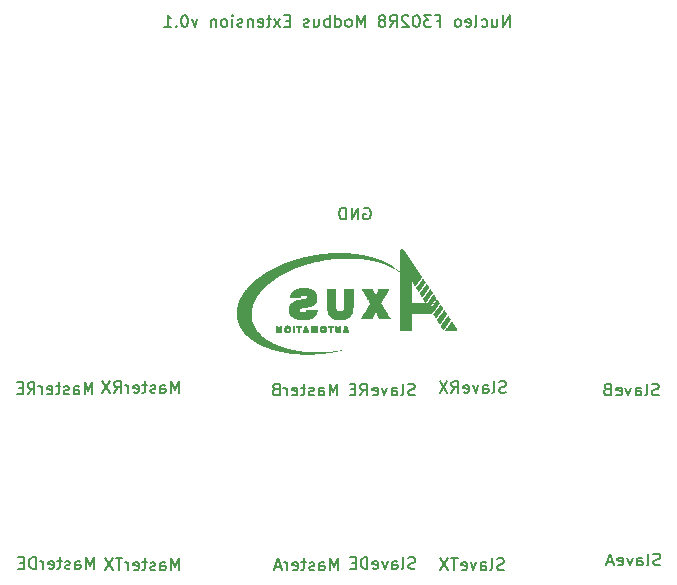
<source format=gbo>
%TF.GenerationSoftware,KiCad,Pcbnew,6.0.11-2627ca5db0~126~ubuntu22.04.1*%
%TF.CreationDate,2023-09-22T10:59:18+02:00*%
%TF.ProjectId,nucleo_f302r8_extension,6e75636c-656f-45f6-9633-303272385f65,0.1*%
%TF.SameCoordinates,Original*%
%TF.FileFunction,Legend,Bot*%
%TF.FilePolarity,Positive*%
%FSLAX46Y46*%
G04 Gerber Fmt 4.6, Leading zero omitted, Abs format (unit mm)*
G04 Created by KiCad (PCBNEW 6.0.11-2627ca5db0~126~ubuntu22.04.1) date 2023-09-22 10:59:18*
%MOMM*%
%LPD*%
G01*
G04 APERTURE LIST*
%ADD10C,0.150000*%
G04 APERTURE END LIST*
D10*
X93295238Y-71752380D02*
X93295238Y-70752380D01*
X92723809Y-71752380D01*
X92723809Y-70752380D01*
X91819047Y-71085714D02*
X91819047Y-71752380D01*
X92247619Y-71085714D02*
X92247619Y-71609523D01*
X92200000Y-71704761D01*
X92104761Y-71752380D01*
X91961904Y-71752380D01*
X91866666Y-71704761D01*
X91819047Y-71657142D01*
X90914285Y-71704761D02*
X91009523Y-71752380D01*
X91200000Y-71752380D01*
X91295238Y-71704761D01*
X91342857Y-71657142D01*
X91390476Y-71561904D01*
X91390476Y-71276190D01*
X91342857Y-71180952D01*
X91295238Y-71133333D01*
X91200000Y-71085714D01*
X91009523Y-71085714D01*
X90914285Y-71133333D01*
X90342857Y-71752380D02*
X90438095Y-71704761D01*
X90485714Y-71609523D01*
X90485714Y-70752380D01*
X89580952Y-71704761D02*
X89676190Y-71752380D01*
X89866666Y-71752380D01*
X89961904Y-71704761D01*
X90009523Y-71609523D01*
X90009523Y-71228571D01*
X89961904Y-71133333D01*
X89866666Y-71085714D01*
X89676190Y-71085714D01*
X89580952Y-71133333D01*
X89533333Y-71228571D01*
X89533333Y-71323809D01*
X90009523Y-71419047D01*
X88961904Y-71752380D02*
X89057142Y-71704761D01*
X89104761Y-71657142D01*
X89152380Y-71561904D01*
X89152380Y-71276190D01*
X89104761Y-71180952D01*
X89057142Y-71133333D01*
X88961904Y-71085714D01*
X88819047Y-71085714D01*
X88723809Y-71133333D01*
X88676190Y-71180952D01*
X88628571Y-71276190D01*
X88628571Y-71561904D01*
X88676190Y-71657142D01*
X88723809Y-71704761D01*
X88819047Y-71752380D01*
X88961904Y-71752380D01*
X87104761Y-71228571D02*
X87438095Y-71228571D01*
X87438095Y-71752380D02*
X87438095Y-70752380D01*
X86961904Y-70752380D01*
X86676190Y-70752380D02*
X86057142Y-70752380D01*
X86390476Y-71133333D01*
X86247619Y-71133333D01*
X86152380Y-71180952D01*
X86104761Y-71228571D01*
X86057142Y-71323809D01*
X86057142Y-71561904D01*
X86104761Y-71657142D01*
X86152380Y-71704761D01*
X86247619Y-71752380D01*
X86533333Y-71752380D01*
X86628571Y-71704761D01*
X86676190Y-71657142D01*
X85438095Y-70752380D02*
X85342857Y-70752380D01*
X85247619Y-70800000D01*
X85200000Y-70847619D01*
X85152380Y-70942857D01*
X85104761Y-71133333D01*
X85104761Y-71371428D01*
X85152380Y-71561904D01*
X85200000Y-71657142D01*
X85247619Y-71704761D01*
X85342857Y-71752380D01*
X85438095Y-71752380D01*
X85533333Y-71704761D01*
X85580952Y-71657142D01*
X85628571Y-71561904D01*
X85676190Y-71371428D01*
X85676190Y-71133333D01*
X85628571Y-70942857D01*
X85580952Y-70847619D01*
X85533333Y-70800000D01*
X85438095Y-70752380D01*
X84723809Y-70847619D02*
X84676190Y-70800000D01*
X84580952Y-70752380D01*
X84342857Y-70752380D01*
X84247619Y-70800000D01*
X84200000Y-70847619D01*
X84152380Y-70942857D01*
X84152380Y-71038095D01*
X84200000Y-71180952D01*
X84771428Y-71752380D01*
X84152380Y-71752380D01*
X83152380Y-71752380D02*
X83485714Y-71276190D01*
X83723809Y-71752380D02*
X83723809Y-70752380D01*
X83342857Y-70752380D01*
X83247619Y-70800000D01*
X83200000Y-70847619D01*
X83152380Y-70942857D01*
X83152380Y-71085714D01*
X83200000Y-71180952D01*
X83247619Y-71228571D01*
X83342857Y-71276190D01*
X83723809Y-71276190D01*
X82580952Y-71180952D02*
X82676190Y-71133333D01*
X82723809Y-71085714D01*
X82771428Y-70990476D01*
X82771428Y-70942857D01*
X82723809Y-70847619D01*
X82676190Y-70800000D01*
X82580952Y-70752380D01*
X82390476Y-70752380D01*
X82295238Y-70800000D01*
X82247619Y-70847619D01*
X82200000Y-70942857D01*
X82200000Y-70990476D01*
X82247619Y-71085714D01*
X82295238Y-71133333D01*
X82390476Y-71180952D01*
X82580952Y-71180952D01*
X82676190Y-71228571D01*
X82723809Y-71276190D01*
X82771428Y-71371428D01*
X82771428Y-71561904D01*
X82723809Y-71657142D01*
X82676190Y-71704761D01*
X82580952Y-71752380D01*
X82390476Y-71752380D01*
X82295238Y-71704761D01*
X82247619Y-71657142D01*
X82200000Y-71561904D01*
X82200000Y-71371428D01*
X82247619Y-71276190D01*
X82295238Y-71228571D01*
X82390476Y-71180952D01*
X81009523Y-71752380D02*
X81009523Y-70752380D01*
X80676190Y-71466666D01*
X80342857Y-70752380D01*
X80342857Y-71752380D01*
X79723809Y-71752380D02*
X79819047Y-71704761D01*
X79866666Y-71657142D01*
X79914285Y-71561904D01*
X79914285Y-71276190D01*
X79866666Y-71180952D01*
X79819047Y-71133333D01*
X79723809Y-71085714D01*
X79580952Y-71085714D01*
X79485714Y-71133333D01*
X79438095Y-71180952D01*
X79390476Y-71276190D01*
X79390476Y-71561904D01*
X79438095Y-71657142D01*
X79485714Y-71704761D01*
X79580952Y-71752380D01*
X79723809Y-71752380D01*
X78533333Y-71752380D02*
X78533333Y-70752380D01*
X78533333Y-71704761D02*
X78628571Y-71752380D01*
X78819047Y-71752380D01*
X78914285Y-71704761D01*
X78961904Y-71657142D01*
X79009523Y-71561904D01*
X79009523Y-71276190D01*
X78961904Y-71180952D01*
X78914285Y-71133333D01*
X78819047Y-71085714D01*
X78628571Y-71085714D01*
X78533333Y-71133333D01*
X78057142Y-71752380D02*
X78057142Y-70752380D01*
X78057142Y-71133333D02*
X77961904Y-71085714D01*
X77771428Y-71085714D01*
X77676190Y-71133333D01*
X77628571Y-71180952D01*
X77580952Y-71276190D01*
X77580952Y-71561904D01*
X77628571Y-71657142D01*
X77676190Y-71704761D01*
X77771428Y-71752380D01*
X77961904Y-71752380D01*
X78057142Y-71704761D01*
X76723809Y-71085714D02*
X76723809Y-71752380D01*
X77152380Y-71085714D02*
X77152380Y-71609523D01*
X77104761Y-71704761D01*
X77009523Y-71752380D01*
X76866666Y-71752380D01*
X76771428Y-71704761D01*
X76723809Y-71657142D01*
X76295238Y-71704761D02*
X76200000Y-71752380D01*
X76009523Y-71752380D01*
X75914285Y-71704761D01*
X75866666Y-71609523D01*
X75866666Y-71561904D01*
X75914285Y-71466666D01*
X76009523Y-71419047D01*
X76152380Y-71419047D01*
X76247619Y-71371428D01*
X76295238Y-71276190D01*
X76295238Y-71228571D01*
X76247619Y-71133333D01*
X76152380Y-71085714D01*
X76009523Y-71085714D01*
X75914285Y-71133333D01*
X74676190Y-71228571D02*
X74342857Y-71228571D01*
X74200000Y-71752380D02*
X74676190Y-71752380D01*
X74676190Y-70752380D01*
X74200000Y-70752380D01*
X73866666Y-71752380D02*
X73342857Y-71085714D01*
X73866666Y-71085714D02*
X73342857Y-71752380D01*
X73104761Y-71085714D02*
X72723809Y-71085714D01*
X72961904Y-70752380D02*
X72961904Y-71609523D01*
X72914285Y-71704761D01*
X72819047Y-71752380D01*
X72723809Y-71752380D01*
X72009523Y-71704761D02*
X72104761Y-71752380D01*
X72295238Y-71752380D01*
X72390476Y-71704761D01*
X72438095Y-71609523D01*
X72438095Y-71228571D01*
X72390476Y-71133333D01*
X72295238Y-71085714D01*
X72104761Y-71085714D01*
X72009523Y-71133333D01*
X71961904Y-71228571D01*
X71961904Y-71323809D01*
X72438095Y-71419047D01*
X71533333Y-71085714D02*
X71533333Y-71752380D01*
X71533333Y-71180952D02*
X71485714Y-71133333D01*
X71390476Y-71085714D01*
X71247619Y-71085714D01*
X71152380Y-71133333D01*
X71104761Y-71228571D01*
X71104761Y-71752380D01*
X70676190Y-71704761D02*
X70580952Y-71752380D01*
X70390476Y-71752380D01*
X70295238Y-71704761D01*
X70247619Y-71609523D01*
X70247619Y-71561904D01*
X70295238Y-71466666D01*
X70390476Y-71419047D01*
X70533333Y-71419047D01*
X70628571Y-71371428D01*
X70676190Y-71276190D01*
X70676190Y-71228571D01*
X70628571Y-71133333D01*
X70533333Y-71085714D01*
X70390476Y-71085714D01*
X70295238Y-71133333D01*
X69819047Y-71752380D02*
X69819047Y-71085714D01*
X69819047Y-70752380D02*
X69866666Y-70800000D01*
X69819047Y-70847619D01*
X69771428Y-70800000D01*
X69819047Y-70752380D01*
X69819047Y-70847619D01*
X69200000Y-71752380D02*
X69295238Y-71704761D01*
X69342857Y-71657142D01*
X69390476Y-71561904D01*
X69390476Y-71276190D01*
X69342857Y-71180952D01*
X69295238Y-71133333D01*
X69200000Y-71085714D01*
X69057142Y-71085714D01*
X68961904Y-71133333D01*
X68914285Y-71180952D01*
X68866666Y-71276190D01*
X68866666Y-71561904D01*
X68914285Y-71657142D01*
X68961904Y-71704761D01*
X69057142Y-71752380D01*
X69200000Y-71752380D01*
X68438095Y-71085714D02*
X68438095Y-71752380D01*
X68438095Y-71180952D02*
X68390476Y-71133333D01*
X68295238Y-71085714D01*
X68152380Y-71085714D01*
X68057142Y-71133333D01*
X68009523Y-71228571D01*
X68009523Y-71752380D01*
X66866666Y-71085714D02*
X66628571Y-71752380D01*
X66390476Y-71085714D01*
X65819047Y-70752380D02*
X65723809Y-70752380D01*
X65628571Y-70800000D01*
X65580952Y-70847619D01*
X65533333Y-70942857D01*
X65485714Y-71133333D01*
X65485714Y-71371428D01*
X65533333Y-71561904D01*
X65580952Y-71657142D01*
X65628571Y-71704761D01*
X65723809Y-71752380D01*
X65819047Y-71752380D01*
X65914285Y-71704761D01*
X65961904Y-71657142D01*
X66009523Y-71561904D01*
X66057142Y-71371428D01*
X66057142Y-71133333D01*
X66009523Y-70942857D01*
X65961904Y-70847619D01*
X65914285Y-70800000D01*
X65819047Y-70752380D01*
X65057142Y-71657142D02*
X65009523Y-71704761D01*
X65057142Y-71752380D01*
X65104761Y-71704761D01*
X65057142Y-71657142D01*
X65057142Y-71752380D01*
X64057142Y-71752380D02*
X64628571Y-71752380D01*
X64342857Y-71752380D02*
X64342857Y-70752380D01*
X64438095Y-70895238D01*
X64533333Y-70990476D01*
X64628571Y-71038095D01*
%TO.C,TP2*%
X78714285Y-102952380D02*
X78714285Y-101952380D01*
X78380952Y-102666666D01*
X78047619Y-101952380D01*
X78047619Y-102952380D01*
X77142857Y-102952380D02*
X77142857Y-102428571D01*
X77190476Y-102333333D01*
X77285714Y-102285714D01*
X77476190Y-102285714D01*
X77571428Y-102333333D01*
X77142857Y-102904761D02*
X77238095Y-102952380D01*
X77476190Y-102952380D01*
X77571428Y-102904761D01*
X77619047Y-102809523D01*
X77619047Y-102714285D01*
X77571428Y-102619047D01*
X77476190Y-102571428D01*
X77238095Y-102571428D01*
X77142857Y-102523809D01*
X76714285Y-102904761D02*
X76619047Y-102952380D01*
X76428571Y-102952380D01*
X76333333Y-102904761D01*
X76285714Y-102809523D01*
X76285714Y-102761904D01*
X76333333Y-102666666D01*
X76428571Y-102619047D01*
X76571428Y-102619047D01*
X76666666Y-102571428D01*
X76714285Y-102476190D01*
X76714285Y-102428571D01*
X76666666Y-102333333D01*
X76571428Y-102285714D01*
X76428571Y-102285714D01*
X76333333Y-102333333D01*
X76000000Y-102285714D02*
X75619047Y-102285714D01*
X75857142Y-101952380D02*
X75857142Y-102809523D01*
X75809523Y-102904761D01*
X75714285Y-102952380D01*
X75619047Y-102952380D01*
X74904761Y-102904761D02*
X75000000Y-102952380D01*
X75190476Y-102952380D01*
X75285714Y-102904761D01*
X75333333Y-102809523D01*
X75333333Y-102428571D01*
X75285714Y-102333333D01*
X75190476Y-102285714D01*
X75000000Y-102285714D01*
X74904761Y-102333333D01*
X74857142Y-102428571D01*
X74857142Y-102523809D01*
X75333333Y-102619047D01*
X74428571Y-102952380D02*
X74428571Y-102285714D01*
X74428571Y-102476190D02*
X74380952Y-102380952D01*
X74333333Y-102333333D01*
X74238095Y-102285714D01*
X74142857Y-102285714D01*
X73476190Y-102428571D02*
X73333333Y-102476190D01*
X73285714Y-102523809D01*
X73238095Y-102619047D01*
X73238095Y-102761904D01*
X73285714Y-102857142D01*
X73333333Y-102904761D01*
X73428571Y-102952380D01*
X73809523Y-102952380D01*
X73809523Y-101952380D01*
X73476190Y-101952380D01*
X73380952Y-102000000D01*
X73333333Y-102047619D01*
X73285714Y-102142857D01*
X73285714Y-102238095D01*
X73333333Y-102333333D01*
X73380952Y-102380952D01*
X73476190Y-102428571D01*
X73809523Y-102428571D01*
%TO.C,TP9*%
X92804166Y-117704761D02*
X92661309Y-117752380D01*
X92423214Y-117752380D01*
X92327976Y-117704761D01*
X92280357Y-117657142D01*
X92232738Y-117561904D01*
X92232738Y-117466666D01*
X92280357Y-117371428D01*
X92327976Y-117323809D01*
X92423214Y-117276190D01*
X92613690Y-117228571D01*
X92708928Y-117180952D01*
X92756547Y-117133333D01*
X92804166Y-117038095D01*
X92804166Y-116942857D01*
X92756547Y-116847619D01*
X92708928Y-116800000D01*
X92613690Y-116752380D01*
X92375595Y-116752380D01*
X92232738Y-116800000D01*
X91661309Y-117752380D02*
X91756547Y-117704761D01*
X91804166Y-117609523D01*
X91804166Y-116752380D01*
X90851785Y-117752380D02*
X90851785Y-117228571D01*
X90899404Y-117133333D01*
X90994642Y-117085714D01*
X91185119Y-117085714D01*
X91280357Y-117133333D01*
X90851785Y-117704761D02*
X90947023Y-117752380D01*
X91185119Y-117752380D01*
X91280357Y-117704761D01*
X91327976Y-117609523D01*
X91327976Y-117514285D01*
X91280357Y-117419047D01*
X91185119Y-117371428D01*
X90947023Y-117371428D01*
X90851785Y-117323809D01*
X90470833Y-117085714D02*
X90232738Y-117752380D01*
X89994642Y-117085714D01*
X89232738Y-117704761D02*
X89327976Y-117752380D01*
X89518452Y-117752380D01*
X89613690Y-117704761D01*
X89661309Y-117609523D01*
X89661309Y-117228571D01*
X89613690Y-117133333D01*
X89518452Y-117085714D01*
X89327976Y-117085714D01*
X89232738Y-117133333D01*
X89185119Y-117228571D01*
X89185119Y-117323809D01*
X89661309Y-117419047D01*
X88899404Y-116752380D02*
X88327976Y-116752380D01*
X88613690Y-117752380D02*
X88613690Y-116752380D01*
X88089880Y-116752380D02*
X87423214Y-117752380D01*
X87423214Y-116752380D02*
X88089880Y-117752380D01*
%TO.C,TP13*%
X80961904Y-87100000D02*
X81057142Y-87052380D01*
X81200000Y-87052380D01*
X81342857Y-87100000D01*
X81438095Y-87195238D01*
X81485714Y-87290476D01*
X81533333Y-87480952D01*
X81533333Y-87623809D01*
X81485714Y-87814285D01*
X81438095Y-87909523D01*
X81342857Y-88004761D01*
X81200000Y-88052380D01*
X81104761Y-88052380D01*
X80961904Y-88004761D01*
X80914285Y-87957142D01*
X80914285Y-87623809D01*
X81104761Y-87623809D01*
X80485714Y-88052380D02*
X80485714Y-87052380D01*
X79914285Y-88052380D01*
X79914285Y-87052380D01*
X79438095Y-88052380D02*
X79438095Y-87052380D01*
X79200000Y-87052380D01*
X79057142Y-87100000D01*
X78961904Y-87195238D01*
X78914285Y-87290476D01*
X78866666Y-87480952D01*
X78866666Y-87623809D01*
X78914285Y-87814285D01*
X78961904Y-87909523D01*
X79057142Y-88004761D01*
X79200000Y-88052380D01*
X79438095Y-88052380D01*
%TO.C,TP7*%
X106038095Y-117304761D02*
X105895238Y-117352380D01*
X105657142Y-117352380D01*
X105561904Y-117304761D01*
X105514285Y-117257142D01*
X105466666Y-117161904D01*
X105466666Y-117066666D01*
X105514285Y-116971428D01*
X105561904Y-116923809D01*
X105657142Y-116876190D01*
X105847619Y-116828571D01*
X105942857Y-116780952D01*
X105990476Y-116733333D01*
X106038095Y-116638095D01*
X106038095Y-116542857D01*
X105990476Y-116447619D01*
X105942857Y-116400000D01*
X105847619Y-116352380D01*
X105609523Y-116352380D01*
X105466666Y-116400000D01*
X104895238Y-117352380D02*
X104990476Y-117304761D01*
X105038095Y-117209523D01*
X105038095Y-116352380D01*
X104085714Y-117352380D02*
X104085714Y-116828571D01*
X104133333Y-116733333D01*
X104228571Y-116685714D01*
X104419047Y-116685714D01*
X104514285Y-116733333D01*
X104085714Y-117304761D02*
X104180952Y-117352380D01*
X104419047Y-117352380D01*
X104514285Y-117304761D01*
X104561904Y-117209523D01*
X104561904Y-117114285D01*
X104514285Y-117019047D01*
X104419047Y-116971428D01*
X104180952Y-116971428D01*
X104085714Y-116923809D01*
X103704761Y-116685714D02*
X103466666Y-117352380D01*
X103228571Y-116685714D01*
X102466666Y-117304761D02*
X102561904Y-117352380D01*
X102752380Y-117352380D01*
X102847619Y-117304761D01*
X102895238Y-117209523D01*
X102895238Y-116828571D01*
X102847619Y-116733333D01*
X102752380Y-116685714D01*
X102561904Y-116685714D01*
X102466666Y-116733333D01*
X102419047Y-116828571D01*
X102419047Y-116923809D01*
X102895238Y-117019047D01*
X102038095Y-117066666D02*
X101561904Y-117066666D01*
X102133333Y-117352380D02*
X101800000Y-116352380D01*
X101466666Y-117352380D01*
%TO.C,TP4*%
X65290476Y-102752380D02*
X65290476Y-101752380D01*
X64957142Y-102466666D01*
X64623809Y-101752380D01*
X64623809Y-102752380D01*
X63719047Y-102752380D02*
X63719047Y-102228571D01*
X63766666Y-102133333D01*
X63861904Y-102085714D01*
X64052380Y-102085714D01*
X64147619Y-102133333D01*
X63719047Y-102704761D02*
X63814285Y-102752380D01*
X64052380Y-102752380D01*
X64147619Y-102704761D01*
X64195238Y-102609523D01*
X64195238Y-102514285D01*
X64147619Y-102419047D01*
X64052380Y-102371428D01*
X63814285Y-102371428D01*
X63719047Y-102323809D01*
X63290476Y-102704761D02*
X63195238Y-102752380D01*
X63004761Y-102752380D01*
X62909523Y-102704761D01*
X62861904Y-102609523D01*
X62861904Y-102561904D01*
X62909523Y-102466666D01*
X63004761Y-102419047D01*
X63147619Y-102419047D01*
X63242857Y-102371428D01*
X63290476Y-102276190D01*
X63290476Y-102228571D01*
X63242857Y-102133333D01*
X63147619Y-102085714D01*
X63004761Y-102085714D01*
X62909523Y-102133333D01*
X62576190Y-102085714D02*
X62195238Y-102085714D01*
X62433333Y-101752380D02*
X62433333Y-102609523D01*
X62385714Y-102704761D01*
X62290476Y-102752380D01*
X62195238Y-102752380D01*
X61480952Y-102704761D02*
X61576190Y-102752380D01*
X61766666Y-102752380D01*
X61861904Y-102704761D01*
X61909523Y-102609523D01*
X61909523Y-102228571D01*
X61861904Y-102133333D01*
X61766666Y-102085714D01*
X61576190Y-102085714D01*
X61480952Y-102133333D01*
X61433333Y-102228571D01*
X61433333Y-102323809D01*
X61909523Y-102419047D01*
X61004761Y-102752380D02*
X61004761Y-102085714D01*
X61004761Y-102276190D02*
X60957142Y-102180952D01*
X60909523Y-102133333D01*
X60814285Y-102085714D01*
X60719047Y-102085714D01*
X59814285Y-102752380D02*
X60147619Y-102276190D01*
X60385714Y-102752380D02*
X60385714Y-101752380D01*
X60004761Y-101752380D01*
X59909523Y-101800000D01*
X59861904Y-101847619D01*
X59814285Y-101942857D01*
X59814285Y-102085714D01*
X59861904Y-102180952D01*
X59909523Y-102228571D01*
X60004761Y-102276190D01*
X60385714Y-102276190D01*
X59480952Y-101752380D02*
X58814285Y-102752380D01*
X58814285Y-101752380D02*
X59480952Y-102752380D01*
%TO.C,TP5*%
X58066666Y-117652380D02*
X58066666Y-116652380D01*
X57733333Y-117366666D01*
X57400000Y-116652380D01*
X57400000Y-117652380D01*
X56495238Y-117652380D02*
X56495238Y-117128571D01*
X56542857Y-117033333D01*
X56638095Y-116985714D01*
X56828571Y-116985714D01*
X56923809Y-117033333D01*
X56495238Y-117604761D02*
X56590476Y-117652380D01*
X56828571Y-117652380D01*
X56923809Y-117604761D01*
X56971428Y-117509523D01*
X56971428Y-117414285D01*
X56923809Y-117319047D01*
X56828571Y-117271428D01*
X56590476Y-117271428D01*
X56495238Y-117223809D01*
X56066666Y-117604761D02*
X55971428Y-117652380D01*
X55780952Y-117652380D01*
X55685714Y-117604761D01*
X55638095Y-117509523D01*
X55638095Y-117461904D01*
X55685714Y-117366666D01*
X55780952Y-117319047D01*
X55923809Y-117319047D01*
X56019047Y-117271428D01*
X56066666Y-117176190D01*
X56066666Y-117128571D01*
X56019047Y-117033333D01*
X55923809Y-116985714D01*
X55780952Y-116985714D01*
X55685714Y-117033333D01*
X55352380Y-116985714D02*
X54971428Y-116985714D01*
X55209523Y-116652380D02*
X55209523Y-117509523D01*
X55161904Y-117604761D01*
X55066666Y-117652380D01*
X54971428Y-117652380D01*
X54257142Y-117604761D02*
X54352380Y-117652380D01*
X54542857Y-117652380D01*
X54638095Y-117604761D01*
X54685714Y-117509523D01*
X54685714Y-117128571D01*
X54638095Y-117033333D01*
X54542857Y-116985714D01*
X54352380Y-116985714D01*
X54257142Y-117033333D01*
X54209523Y-117128571D01*
X54209523Y-117223809D01*
X54685714Y-117319047D01*
X53780952Y-117652380D02*
X53780952Y-116985714D01*
X53780952Y-117176190D02*
X53733333Y-117080952D01*
X53685714Y-117033333D01*
X53590476Y-116985714D01*
X53495238Y-116985714D01*
X53161904Y-117652380D02*
X53161904Y-116652380D01*
X52923809Y-116652380D01*
X52780952Y-116700000D01*
X52685714Y-116795238D01*
X52638095Y-116890476D01*
X52590476Y-117080952D01*
X52590476Y-117223809D01*
X52638095Y-117414285D01*
X52685714Y-117509523D01*
X52780952Y-117604761D01*
X52923809Y-117652380D01*
X53161904Y-117652380D01*
X52161904Y-117128571D02*
X51828571Y-117128571D01*
X51685714Y-117652380D02*
X52161904Y-117652380D01*
X52161904Y-116652380D01*
X51685714Y-116652380D01*
%TO.C,TP1*%
X78742857Y-117752380D02*
X78742857Y-116752380D01*
X78409523Y-117466666D01*
X78076190Y-116752380D01*
X78076190Y-117752380D01*
X77171428Y-117752380D02*
X77171428Y-117228571D01*
X77219047Y-117133333D01*
X77314285Y-117085714D01*
X77504761Y-117085714D01*
X77600000Y-117133333D01*
X77171428Y-117704761D02*
X77266666Y-117752380D01*
X77504761Y-117752380D01*
X77600000Y-117704761D01*
X77647619Y-117609523D01*
X77647619Y-117514285D01*
X77600000Y-117419047D01*
X77504761Y-117371428D01*
X77266666Y-117371428D01*
X77171428Y-117323809D01*
X76742857Y-117704761D02*
X76647619Y-117752380D01*
X76457142Y-117752380D01*
X76361904Y-117704761D01*
X76314285Y-117609523D01*
X76314285Y-117561904D01*
X76361904Y-117466666D01*
X76457142Y-117419047D01*
X76600000Y-117419047D01*
X76695238Y-117371428D01*
X76742857Y-117276190D01*
X76742857Y-117228571D01*
X76695238Y-117133333D01*
X76600000Y-117085714D01*
X76457142Y-117085714D01*
X76361904Y-117133333D01*
X76028571Y-117085714D02*
X75647619Y-117085714D01*
X75885714Y-116752380D02*
X75885714Y-117609523D01*
X75838095Y-117704761D01*
X75742857Y-117752380D01*
X75647619Y-117752380D01*
X74933333Y-117704761D02*
X75028571Y-117752380D01*
X75219047Y-117752380D01*
X75314285Y-117704761D01*
X75361904Y-117609523D01*
X75361904Y-117228571D01*
X75314285Y-117133333D01*
X75219047Y-117085714D01*
X75028571Y-117085714D01*
X74933333Y-117133333D01*
X74885714Y-117228571D01*
X74885714Y-117323809D01*
X75361904Y-117419047D01*
X74457142Y-117752380D02*
X74457142Y-117085714D01*
X74457142Y-117276190D02*
X74409523Y-117180952D01*
X74361904Y-117133333D01*
X74266666Y-117085714D01*
X74171428Y-117085714D01*
X73885714Y-117466666D02*
X73409523Y-117466666D01*
X73980952Y-117752380D02*
X73647619Y-116752380D01*
X73314285Y-117752380D01*
%TO.C,TP10*%
X92985714Y-102704761D02*
X92842857Y-102752380D01*
X92604761Y-102752380D01*
X92509523Y-102704761D01*
X92461904Y-102657142D01*
X92414285Y-102561904D01*
X92414285Y-102466666D01*
X92461904Y-102371428D01*
X92509523Y-102323809D01*
X92604761Y-102276190D01*
X92795238Y-102228571D01*
X92890476Y-102180952D01*
X92938095Y-102133333D01*
X92985714Y-102038095D01*
X92985714Y-101942857D01*
X92938095Y-101847619D01*
X92890476Y-101800000D01*
X92795238Y-101752380D01*
X92557142Y-101752380D01*
X92414285Y-101800000D01*
X91842857Y-102752380D02*
X91938095Y-102704761D01*
X91985714Y-102609523D01*
X91985714Y-101752380D01*
X91033333Y-102752380D02*
X91033333Y-102228571D01*
X91080952Y-102133333D01*
X91176190Y-102085714D01*
X91366666Y-102085714D01*
X91461904Y-102133333D01*
X91033333Y-102704761D02*
X91128571Y-102752380D01*
X91366666Y-102752380D01*
X91461904Y-102704761D01*
X91509523Y-102609523D01*
X91509523Y-102514285D01*
X91461904Y-102419047D01*
X91366666Y-102371428D01*
X91128571Y-102371428D01*
X91033333Y-102323809D01*
X90652380Y-102085714D02*
X90414285Y-102752380D01*
X90176190Y-102085714D01*
X89414285Y-102704761D02*
X89509523Y-102752380D01*
X89700000Y-102752380D01*
X89795238Y-102704761D01*
X89842857Y-102609523D01*
X89842857Y-102228571D01*
X89795238Y-102133333D01*
X89700000Y-102085714D01*
X89509523Y-102085714D01*
X89414285Y-102133333D01*
X89366666Y-102228571D01*
X89366666Y-102323809D01*
X89842857Y-102419047D01*
X88366666Y-102752380D02*
X88700000Y-102276190D01*
X88938095Y-102752380D02*
X88938095Y-101752380D01*
X88557142Y-101752380D01*
X88461904Y-101800000D01*
X88414285Y-101847619D01*
X88366666Y-101942857D01*
X88366666Y-102085714D01*
X88414285Y-102180952D01*
X88461904Y-102228571D01*
X88557142Y-102276190D01*
X88938095Y-102276190D01*
X88033333Y-101752380D02*
X87366666Y-102752380D01*
X87366666Y-101752380D02*
X88033333Y-102752380D01*
%TO.C,TP3*%
X65271428Y-117752380D02*
X65271428Y-116752380D01*
X64938095Y-117466666D01*
X64604761Y-116752380D01*
X64604761Y-117752380D01*
X63700000Y-117752380D02*
X63700000Y-117228571D01*
X63747619Y-117133333D01*
X63842857Y-117085714D01*
X64033333Y-117085714D01*
X64128571Y-117133333D01*
X63700000Y-117704761D02*
X63795238Y-117752380D01*
X64033333Y-117752380D01*
X64128571Y-117704761D01*
X64176190Y-117609523D01*
X64176190Y-117514285D01*
X64128571Y-117419047D01*
X64033333Y-117371428D01*
X63795238Y-117371428D01*
X63700000Y-117323809D01*
X63271428Y-117704761D02*
X63176190Y-117752380D01*
X62985714Y-117752380D01*
X62890476Y-117704761D01*
X62842857Y-117609523D01*
X62842857Y-117561904D01*
X62890476Y-117466666D01*
X62985714Y-117419047D01*
X63128571Y-117419047D01*
X63223809Y-117371428D01*
X63271428Y-117276190D01*
X63271428Y-117228571D01*
X63223809Y-117133333D01*
X63128571Y-117085714D01*
X62985714Y-117085714D01*
X62890476Y-117133333D01*
X62557142Y-117085714D02*
X62176190Y-117085714D01*
X62414285Y-116752380D02*
X62414285Y-117609523D01*
X62366666Y-117704761D01*
X62271428Y-117752380D01*
X62176190Y-117752380D01*
X61461904Y-117704761D02*
X61557142Y-117752380D01*
X61747619Y-117752380D01*
X61842857Y-117704761D01*
X61890476Y-117609523D01*
X61890476Y-117228571D01*
X61842857Y-117133333D01*
X61747619Y-117085714D01*
X61557142Y-117085714D01*
X61461904Y-117133333D01*
X61414285Y-117228571D01*
X61414285Y-117323809D01*
X61890476Y-117419047D01*
X60985714Y-117752380D02*
X60985714Y-117085714D01*
X60985714Y-117276190D02*
X60938095Y-117180952D01*
X60890476Y-117133333D01*
X60795238Y-117085714D01*
X60700000Y-117085714D01*
X60509523Y-116752380D02*
X59938095Y-116752380D01*
X60223809Y-117752380D02*
X60223809Y-116752380D01*
X59700000Y-116752380D02*
X59033333Y-117752380D01*
X59033333Y-116752380D02*
X59700000Y-117752380D01*
%TO.C,TP11*%
X85299404Y-117604761D02*
X85156547Y-117652380D01*
X84918452Y-117652380D01*
X84823214Y-117604761D01*
X84775595Y-117557142D01*
X84727976Y-117461904D01*
X84727976Y-117366666D01*
X84775595Y-117271428D01*
X84823214Y-117223809D01*
X84918452Y-117176190D01*
X85108928Y-117128571D01*
X85204166Y-117080952D01*
X85251785Y-117033333D01*
X85299404Y-116938095D01*
X85299404Y-116842857D01*
X85251785Y-116747619D01*
X85204166Y-116700000D01*
X85108928Y-116652380D01*
X84870833Y-116652380D01*
X84727976Y-116700000D01*
X84156547Y-117652380D02*
X84251785Y-117604761D01*
X84299404Y-117509523D01*
X84299404Y-116652380D01*
X83347023Y-117652380D02*
X83347023Y-117128571D01*
X83394642Y-117033333D01*
X83489880Y-116985714D01*
X83680357Y-116985714D01*
X83775595Y-117033333D01*
X83347023Y-117604761D02*
X83442261Y-117652380D01*
X83680357Y-117652380D01*
X83775595Y-117604761D01*
X83823214Y-117509523D01*
X83823214Y-117414285D01*
X83775595Y-117319047D01*
X83680357Y-117271428D01*
X83442261Y-117271428D01*
X83347023Y-117223809D01*
X82966071Y-116985714D02*
X82727976Y-117652380D01*
X82489880Y-116985714D01*
X81727976Y-117604761D02*
X81823214Y-117652380D01*
X82013690Y-117652380D01*
X82108928Y-117604761D01*
X82156547Y-117509523D01*
X82156547Y-117128571D01*
X82108928Y-117033333D01*
X82013690Y-116985714D01*
X81823214Y-116985714D01*
X81727976Y-117033333D01*
X81680357Y-117128571D01*
X81680357Y-117223809D01*
X82156547Y-117319047D01*
X81251785Y-117652380D02*
X81251785Y-116652380D01*
X81013690Y-116652380D01*
X80870833Y-116700000D01*
X80775595Y-116795238D01*
X80727976Y-116890476D01*
X80680357Y-117080952D01*
X80680357Y-117223809D01*
X80727976Y-117414285D01*
X80775595Y-117509523D01*
X80870833Y-117604761D01*
X81013690Y-117652380D01*
X81251785Y-117652380D01*
X80251785Y-117128571D02*
X79918452Y-117128571D01*
X79775595Y-117652380D02*
X80251785Y-117652380D01*
X80251785Y-116652380D01*
X79775595Y-116652380D01*
%TO.C,TP8*%
X105909523Y-102904761D02*
X105766666Y-102952380D01*
X105528571Y-102952380D01*
X105433333Y-102904761D01*
X105385714Y-102857142D01*
X105338095Y-102761904D01*
X105338095Y-102666666D01*
X105385714Y-102571428D01*
X105433333Y-102523809D01*
X105528571Y-102476190D01*
X105719047Y-102428571D01*
X105814285Y-102380952D01*
X105861904Y-102333333D01*
X105909523Y-102238095D01*
X105909523Y-102142857D01*
X105861904Y-102047619D01*
X105814285Y-102000000D01*
X105719047Y-101952380D01*
X105480952Y-101952380D01*
X105338095Y-102000000D01*
X104766666Y-102952380D02*
X104861904Y-102904761D01*
X104909523Y-102809523D01*
X104909523Y-101952380D01*
X103957142Y-102952380D02*
X103957142Y-102428571D01*
X104004761Y-102333333D01*
X104100000Y-102285714D01*
X104290476Y-102285714D01*
X104385714Y-102333333D01*
X103957142Y-102904761D02*
X104052380Y-102952380D01*
X104290476Y-102952380D01*
X104385714Y-102904761D01*
X104433333Y-102809523D01*
X104433333Y-102714285D01*
X104385714Y-102619047D01*
X104290476Y-102571428D01*
X104052380Y-102571428D01*
X103957142Y-102523809D01*
X103576190Y-102285714D02*
X103338095Y-102952380D01*
X103100000Y-102285714D01*
X102338095Y-102904761D02*
X102433333Y-102952380D01*
X102623809Y-102952380D01*
X102719047Y-102904761D01*
X102766666Y-102809523D01*
X102766666Y-102428571D01*
X102719047Y-102333333D01*
X102623809Y-102285714D01*
X102433333Y-102285714D01*
X102338095Y-102333333D01*
X102290476Y-102428571D01*
X102290476Y-102523809D01*
X102766666Y-102619047D01*
X101528571Y-102428571D02*
X101385714Y-102476190D01*
X101338095Y-102523809D01*
X101290476Y-102619047D01*
X101290476Y-102761904D01*
X101338095Y-102857142D01*
X101385714Y-102904761D01*
X101480952Y-102952380D01*
X101861904Y-102952380D01*
X101861904Y-101952380D01*
X101528571Y-101952380D01*
X101433333Y-102000000D01*
X101385714Y-102047619D01*
X101338095Y-102142857D01*
X101338095Y-102238095D01*
X101385714Y-102333333D01*
X101433333Y-102380952D01*
X101528571Y-102428571D01*
X101861904Y-102428571D01*
%TO.C,TP12*%
X85261904Y-102904761D02*
X85119047Y-102952380D01*
X84880952Y-102952380D01*
X84785714Y-102904761D01*
X84738095Y-102857142D01*
X84690476Y-102761904D01*
X84690476Y-102666666D01*
X84738095Y-102571428D01*
X84785714Y-102523809D01*
X84880952Y-102476190D01*
X85071428Y-102428571D01*
X85166666Y-102380952D01*
X85214285Y-102333333D01*
X85261904Y-102238095D01*
X85261904Y-102142857D01*
X85214285Y-102047619D01*
X85166666Y-102000000D01*
X85071428Y-101952380D01*
X84833333Y-101952380D01*
X84690476Y-102000000D01*
X84119047Y-102952380D02*
X84214285Y-102904761D01*
X84261904Y-102809523D01*
X84261904Y-101952380D01*
X83309523Y-102952380D02*
X83309523Y-102428571D01*
X83357142Y-102333333D01*
X83452380Y-102285714D01*
X83642857Y-102285714D01*
X83738095Y-102333333D01*
X83309523Y-102904761D02*
X83404761Y-102952380D01*
X83642857Y-102952380D01*
X83738095Y-102904761D01*
X83785714Y-102809523D01*
X83785714Y-102714285D01*
X83738095Y-102619047D01*
X83642857Y-102571428D01*
X83404761Y-102571428D01*
X83309523Y-102523809D01*
X82928571Y-102285714D02*
X82690476Y-102952380D01*
X82452380Y-102285714D01*
X81690476Y-102904761D02*
X81785714Y-102952380D01*
X81976190Y-102952380D01*
X82071428Y-102904761D01*
X82119047Y-102809523D01*
X82119047Y-102428571D01*
X82071428Y-102333333D01*
X81976190Y-102285714D01*
X81785714Y-102285714D01*
X81690476Y-102333333D01*
X81642857Y-102428571D01*
X81642857Y-102523809D01*
X82119047Y-102619047D01*
X80642857Y-102952380D02*
X80976190Y-102476190D01*
X81214285Y-102952380D02*
X81214285Y-101952380D01*
X80833333Y-101952380D01*
X80738095Y-102000000D01*
X80690476Y-102047619D01*
X80642857Y-102142857D01*
X80642857Y-102285714D01*
X80690476Y-102380952D01*
X80738095Y-102428571D01*
X80833333Y-102476190D01*
X81214285Y-102476190D01*
X80214285Y-102428571D02*
X79880952Y-102428571D01*
X79738095Y-102952380D02*
X80214285Y-102952380D01*
X80214285Y-101952380D01*
X79738095Y-101952380D01*
%TO.C,TP6*%
X57966666Y-102852380D02*
X57966666Y-101852380D01*
X57633333Y-102566666D01*
X57300000Y-101852380D01*
X57300000Y-102852380D01*
X56395238Y-102852380D02*
X56395238Y-102328571D01*
X56442857Y-102233333D01*
X56538095Y-102185714D01*
X56728571Y-102185714D01*
X56823809Y-102233333D01*
X56395238Y-102804761D02*
X56490476Y-102852380D01*
X56728571Y-102852380D01*
X56823809Y-102804761D01*
X56871428Y-102709523D01*
X56871428Y-102614285D01*
X56823809Y-102519047D01*
X56728571Y-102471428D01*
X56490476Y-102471428D01*
X56395238Y-102423809D01*
X55966666Y-102804761D02*
X55871428Y-102852380D01*
X55680952Y-102852380D01*
X55585714Y-102804761D01*
X55538095Y-102709523D01*
X55538095Y-102661904D01*
X55585714Y-102566666D01*
X55680952Y-102519047D01*
X55823809Y-102519047D01*
X55919047Y-102471428D01*
X55966666Y-102376190D01*
X55966666Y-102328571D01*
X55919047Y-102233333D01*
X55823809Y-102185714D01*
X55680952Y-102185714D01*
X55585714Y-102233333D01*
X55252380Y-102185714D02*
X54871428Y-102185714D01*
X55109523Y-101852380D02*
X55109523Y-102709523D01*
X55061904Y-102804761D01*
X54966666Y-102852380D01*
X54871428Y-102852380D01*
X54157142Y-102804761D02*
X54252380Y-102852380D01*
X54442857Y-102852380D01*
X54538095Y-102804761D01*
X54585714Y-102709523D01*
X54585714Y-102328571D01*
X54538095Y-102233333D01*
X54442857Y-102185714D01*
X54252380Y-102185714D01*
X54157142Y-102233333D01*
X54109523Y-102328571D01*
X54109523Y-102423809D01*
X54585714Y-102519047D01*
X53680952Y-102852380D02*
X53680952Y-102185714D01*
X53680952Y-102376190D02*
X53633333Y-102280952D01*
X53585714Y-102233333D01*
X53490476Y-102185714D01*
X53395238Y-102185714D01*
X52490476Y-102852380D02*
X52823809Y-102376190D01*
X53061904Y-102852380D02*
X53061904Y-101852380D01*
X52680952Y-101852380D01*
X52585714Y-101900000D01*
X52538095Y-101947619D01*
X52490476Y-102042857D01*
X52490476Y-102185714D01*
X52538095Y-102280952D01*
X52585714Y-102328571D01*
X52680952Y-102376190D01*
X53061904Y-102376190D01*
X52061904Y-102328571D02*
X51728571Y-102328571D01*
X51585714Y-102852380D02*
X52061904Y-102852380D01*
X52061904Y-101852380D01*
X51585714Y-101852380D01*
%TO.C,G\u002A\u002A\u002A*%
G36*
X75022767Y-97689504D02*
G01*
X74931011Y-97686810D01*
X74930850Y-97668032D01*
X74978059Y-97668032D01*
X74992138Y-97669121D01*
X75020415Y-97669530D01*
X75031930Y-97669476D01*
X75055403Y-97668803D01*
X75063983Y-97667522D01*
X75055705Y-97665838D01*
X75020461Y-97664316D01*
X74985124Y-97665838D01*
X74980141Y-97666468D01*
X74978059Y-97668032D01*
X74930850Y-97668032D01*
X74928437Y-97385662D01*
X74928087Y-97338381D01*
X74927833Y-97254799D01*
X74928233Y-97188069D01*
X74929323Y-97136875D01*
X74931139Y-97099900D01*
X74933714Y-97075827D01*
X74937086Y-97063339D01*
X74941731Y-97055779D01*
X74950545Y-97048416D01*
X74965646Y-97044318D01*
X74991211Y-97042546D01*
X75031416Y-97042164D01*
X75114523Y-97042164D01*
X75114523Y-97692197D01*
X75022767Y-97689504D01*
G37*
G36*
X88423055Y-96698752D02*
G01*
X88434157Y-96708331D01*
X88449475Y-96725699D01*
X88470003Y-96752197D01*
X88496734Y-96789165D01*
X88530664Y-96837943D01*
X88572786Y-96899870D01*
X88624095Y-96976288D01*
X88662676Y-97033800D01*
X88703649Y-97094437D01*
X88740602Y-97148662D01*
X88772258Y-97194620D01*
X88797337Y-97230458D01*
X88814563Y-97254322D01*
X88822658Y-97264358D01*
X88823370Y-97264981D01*
X88830367Y-97279558D01*
X88834307Y-97308421D01*
X88835505Y-97353761D01*
X88835405Y-97432716D01*
X88794176Y-97477418D01*
X88752948Y-97522120D01*
X88304292Y-97522120D01*
X88191065Y-97521926D01*
X88089067Y-97521318D01*
X88003713Y-97520304D01*
X87935438Y-97518895D01*
X87884676Y-97517097D01*
X87851862Y-97514922D01*
X87837432Y-97512378D01*
X87824891Y-97500441D01*
X87819805Y-97475929D01*
X87829065Y-97446039D01*
X87834748Y-97437293D01*
X87850773Y-97414562D01*
X87875159Y-97380855D01*
X87906257Y-97338432D01*
X87942417Y-97289553D01*
X87981992Y-97236478D01*
X87994052Y-97220357D01*
X88044377Y-97152965D01*
X88098702Y-97080056D01*
X88153202Y-97006771D01*
X88204051Y-96938252D01*
X88247425Y-96879643D01*
X88262696Y-96859084D01*
X88297873Y-96812650D01*
X88329121Y-96772662D01*
X88354663Y-96741322D01*
X88372724Y-96720830D01*
X88381530Y-96713387D01*
X88385823Y-96712471D01*
X88393293Y-96702747D01*
X88398788Y-96696929D01*
X88415887Y-96695689D01*
X88423055Y-96698752D01*
G37*
G36*
X88103395Y-96210103D02*
G01*
X88105052Y-96211244D01*
X88116789Y-96224552D01*
X88135721Y-96249872D01*
X88159620Y-96284130D01*
X88186254Y-96324254D01*
X88189777Y-96329679D01*
X88218723Y-96373770D01*
X88246557Y-96415406D01*
X88270269Y-96450123D01*
X88286847Y-96473453D01*
X88298109Y-96489054D01*
X88309451Y-96509238D01*
X88311821Y-96526654D01*
X88307224Y-96548708D01*
X88300865Y-96565561D01*
X88284076Y-96597286D01*
X88263096Y-96628397D01*
X88261536Y-96630435D01*
X88245556Y-96651834D01*
X88220642Y-96685723D01*
X88188560Y-96729678D01*
X88151076Y-96781271D01*
X88109958Y-96838079D01*
X88066971Y-96897675D01*
X88043728Y-96929959D01*
X87995125Y-96997497D01*
X87955102Y-97053176D01*
X87921943Y-97099398D01*
X87893932Y-97138566D01*
X87869354Y-97173080D01*
X87846491Y-97205343D01*
X87823629Y-97237758D01*
X87799052Y-97272725D01*
X87797602Y-97274789D01*
X87776810Y-97303971D01*
X87759512Y-97327563D01*
X87749325Y-97340627D01*
X87742255Y-97348741D01*
X87726597Y-97367054D01*
X87713479Y-97375862D01*
X87688953Y-97379144D01*
X87677680Y-97375659D01*
X87663862Y-97365322D01*
X87646582Y-97345892D01*
X87623773Y-97315016D01*
X87593367Y-97270342D01*
X87559570Y-97219412D01*
X87525025Y-97166546D01*
X87499244Y-97125780D01*
X87481120Y-97095227D01*
X87469545Y-97073003D01*
X87463413Y-97057219D01*
X87461615Y-97045992D01*
X87462327Y-97040542D01*
X87466524Y-97029418D01*
X87475468Y-97013189D01*
X87490276Y-96990216D01*
X87512064Y-96958861D01*
X87541949Y-96917483D01*
X87581048Y-96864443D01*
X87630478Y-96798102D01*
X87641133Y-96783796D01*
X87665251Y-96751046D01*
X87684995Y-96723746D01*
X87696887Y-96706684D01*
X87697857Y-96705247D01*
X87709009Y-96689570D01*
X87729500Y-96661325D01*
X87757774Y-96622641D01*
X87792271Y-96575647D01*
X87831433Y-96522469D01*
X87873702Y-96465236D01*
X87927097Y-96393574D01*
X87972406Y-96334144D01*
X88009186Y-96287810D01*
X88038530Y-96253360D01*
X88061529Y-96229577D01*
X88079278Y-96215250D01*
X88092869Y-96209163D01*
X88103395Y-96210103D01*
G37*
G36*
X85983905Y-93069780D02*
G01*
X86002351Y-93088513D01*
X86006210Y-93094899D01*
X86019806Y-93115881D01*
X86040786Y-93147488D01*
X86067146Y-93186706D01*
X86096879Y-93230523D01*
X86120196Y-93264859D01*
X86148807Y-93309010D01*
X86167238Y-93343488D01*
X86175740Y-93371904D01*
X86174565Y-93397872D01*
X86163966Y-93425005D01*
X86144196Y-93456915D01*
X86115505Y-93497216D01*
X86115376Y-93497394D01*
X86080411Y-93545677D01*
X86039729Y-93601781D01*
X85994857Y-93663610D01*
X85947319Y-93729067D01*
X85898638Y-93796057D01*
X85850340Y-93862483D01*
X85803948Y-93926251D01*
X85760987Y-93985264D01*
X85722981Y-94037425D01*
X85691455Y-94080640D01*
X85667933Y-94112812D01*
X85653940Y-94131846D01*
X85637009Y-94152576D01*
X85617728Y-94167623D01*
X85597359Y-94171842D01*
X85593647Y-94171747D01*
X85579478Y-94168414D01*
X85565723Y-94158020D01*
X85549159Y-94137455D01*
X85526559Y-94103613D01*
X85523996Y-94099628D01*
X85497826Y-94059091D01*
X85470920Y-94017626D01*
X85448719Y-93983624D01*
X85431903Y-93957546D01*
X85417803Y-93934733D01*
X85410988Y-93922453D01*
X85403567Y-93909742D01*
X85389813Y-93890599D01*
X85382019Y-93879175D01*
X85373245Y-93853371D01*
X85377141Y-93824931D01*
X85394457Y-93790907D01*
X85425940Y-93748352D01*
X85428970Y-93744445D01*
X85442558Y-93726531D01*
X85465514Y-93696078D01*
X85496607Y-93654723D01*
X85534607Y-93604104D01*
X85578284Y-93545858D01*
X85626410Y-93481622D01*
X85677753Y-93413036D01*
X85705497Y-93376063D01*
X85755923Y-93309403D01*
X85802922Y-93247952D01*
X85845201Y-93193363D01*
X85881463Y-93147291D01*
X85910413Y-93111388D01*
X85930757Y-93087307D01*
X85941200Y-93076702D01*
X85959305Y-93068252D01*
X85983905Y-93069780D01*
G37*
G36*
X74770826Y-97417680D02*
G01*
X74769859Y-97460297D01*
X74767671Y-97491522D01*
X74763811Y-97515276D01*
X74757827Y-97535483D01*
X74749270Y-97556069D01*
X74746365Y-97562269D01*
X74709793Y-97618477D01*
X74661400Y-97663151D01*
X74604709Y-97692955D01*
X74587299Y-97698360D01*
X74526683Y-97708225D01*
X74461388Y-97708008D01*
X74398498Y-97698093D01*
X74345095Y-97678863D01*
X74330486Y-97670820D01*
X74283927Y-97635000D01*
X74249019Y-97588678D01*
X74225085Y-97530339D01*
X74211444Y-97458467D01*
X74207419Y-97371545D01*
X74207686Y-97364647D01*
X74402498Y-97364647D01*
X74406359Y-97410896D01*
X74419393Y-97453666D01*
X74442017Y-97488694D01*
X74446115Y-97492906D01*
X74470013Y-97508359D01*
X74502149Y-97512709D01*
X74529290Y-97509364D01*
X74550178Y-97496941D01*
X74564067Y-97473054D01*
X74572297Y-97435330D01*
X74576205Y-97381395D01*
X74576244Y-97380267D01*
X74576910Y-97338456D01*
X74574919Y-97309801D01*
X74569462Y-97288848D01*
X74559731Y-97270144D01*
X74534994Y-97241604D01*
X74503138Y-97227236D01*
X74467394Y-97231017D01*
X74441747Y-97247626D01*
X74420612Y-97278751D01*
X74407389Y-97319178D01*
X74402498Y-97364647D01*
X74207686Y-97364647D01*
X74210029Y-97304102D01*
X74218843Y-97242739D01*
X74233420Y-97197444D01*
X74502815Y-97197444D01*
X74507521Y-97202149D01*
X74512226Y-97197444D01*
X74507521Y-97192738D01*
X74502815Y-97197444D01*
X74233420Y-97197444D01*
X74235131Y-97192129D01*
X74260192Y-97148381D01*
X74295321Y-97107599D01*
X74305086Y-97098184D01*
X74348190Y-97065429D01*
X74395609Y-97044840D01*
X74451576Y-97035045D01*
X74520324Y-97034672D01*
X74568953Y-97039394D01*
X74629776Y-97055018D01*
X74678386Y-97082343D01*
X74717377Y-97123001D01*
X74749347Y-97178622D01*
X74757148Y-97196868D01*
X74757329Y-97197444D01*
X74763341Y-97216605D01*
X74767376Y-97239575D01*
X74769703Y-97269673D01*
X74770770Y-97310795D01*
X74770896Y-97338456D01*
X74771026Y-97366840D01*
X74770826Y-97417680D01*
G37*
G36*
X78921174Y-90896857D02*
G01*
X79023749Y-90897034D01*
X79120201Y-90897438D01*
X79208943Y-90898047D01*
X79288387Y-90898841D01*
X79356947Y-90899798D01*
X79413034Y-90900897D01*
X79455062Y-90902116D01*
X79481442Y-90903434D01*
X79490589Y-90904830D01*
X79491429Y-90905783D01*
X79505274Y-90909255D01*
X79533501Y-90912915D01*
X79572710Y-90916384D01*
X79619499Y-90919279D01*
X79628579Y-90919747D01*
X79703413Y-90924306D01*
X79790096Y-90930566D01*
X79882624Y-90938023D01*
X79974993Y-90946173D01*
X80061198Y-90954512D01*
X80135235Y-90962538D01*
X80181078Y-90967665D01*
X80230345Y-90972813D01*
X80271693Y-90976790D01*
X80302049Y-90980055D01*
X80330623Y-90984314D01*
X80346980Y-90988234D01*
X80347038Y-90988258D01*
X80363233Y-90992306D01*
X80391937Y-90997162D01*
X80426972Y-91001779D01*
X80429361Y-91002053D01*
X80544643Y-91016689D01*
X80663837Y-91034638D01*
X80793997Y-91056960D01*
X80817905Y-91061062D01*
X80858842Y-91067395D01*
X80892812Y-91071887D01*
X80903253Y-91073232D01*
X80933009Y-91078750D01*
X80953982Y-91084977D01*
X80954547Y-91085223D01*
X80977452Y-91092391D01*
X81005742Y-91098079D01*
X81012906Y-91099178D01*
X81046384Y-91105155D01*
X81081030Y-91112274D01*
X81090618Y-91114395D01*
X81124229Y-91121683D01*
X81151611Y-91127424D01*
X81153565Y-91127822D01*
X81200305Y-91137794D01*
X81252219Y-91149528D01*
X81297480Y-91160356D01*
X81308334Y-91163033D01*
X81342153Y-91171177D01*
X81377473Y-91179483D01*
X81392956Y-91183162D01*
X81424829Y-91191226D01*
X81448054Y-91197732D01*
X81460239Y-91201195D01*
X81489730Y-91208631D01*
X81523342Y-91216345D01*
X81543866Y-91220988D01*
X81576022Y-91228897D01*
X81598629Y-91235243D01*
X81605400Y-91237378D01*
X81633064Y-91245599D01*
X81664505Y-91254465D01*
X81679480Y-91258574D01*
X81695598Y-91263074D01*
X81712134Y-91267859D01*
X81732601Y-91273981D01*
X81760513Y-91282495D01*
X81799382Y-91294455D01*
X81852723Y-91310914D01*
X81885411Y-91321081D01*
X81924029Y-91333302D01*
X81953885Y-91342995D01*
X81970359Y-91348675D01*
X81979249Y-91351893D01*
X82005248Y-91360576D01*
X82036235Y-91370354D01*
X82043208Y-91372537D01*
X82077893Y-91384085D01*
X82120467Y-91398982D01*
X82163282Y-91414568D01*
X82178345Y-91420157D01*
X82216106Y-91433988D01*
X82247460Y-91445231D01*
X82266802Y-91451864D01*
X82274878Y-91454585D01*
X82304225Y-91465375D01*
X82342512Y-91480198D01*
X82383783Y-91496722D01*
X82422082Y-91512618D01*
X82436959Y-91518910D01*
X82468242Y-91532056D01*
X82502074Y-91546203D01*
X82523733Y-91555235D01*
X82559040Y-91569962D01*
X82586772Y-91581533D01*
X82617389Y-91594842D01*
X82665304Y-91616707D01*
X82722186Y-91643412D01*
X82784310Y-91673143D01*
X82847951Y-91704088D01*
X82909386Y-91734433D01*
X82964888Y-91762365D01*
X83010735Y-91786070D01*
X83043201Y-91803736D01*
X83065212Y-91816186D01*
X83100908Y-91836080D01*
X83136934Y-91855905D01*
X83165574Y-91872016D01*
X83196647Y-91890507D01*
X83218379Y-91904583D01*
X83219957Y-91905699D01*
X83238576Y-91917700D01*
X83249382Y-91922638D01*
X83254111Y-91925054D01*
X83272330Y-91936312D01*
X83301604Y-91955158D01*
X83339267Y-91979811D01*
X83382650Y-92008494D01*
X83429088Y-92039427D01*
X83475913Y-92070833D01*
X83520457Y-92100933D01*
X83560054Y-92127947D01*
X83592036Y-92150098D01*
X83613736Y-92165607D01*
X83677745Y-92213889D01*
X83769186Y-92286635D01*
X83863540Y-92366507D01*
X83872278Y-92374061D01*
X83907415Y-92403685D01*
X83937266Y-92427689D01*
X83958908Y-92443776D01*
X83969413Y-92449648D01*
X83969543Y-92449651D01*
X83976640Y-92458062D01*
X83979585Y-92477881D01*
X83976406Y-92497761D01*
X83967821Y-92505924D01*
X83961676Y-92503703D01*
X83942104Y-92492325D01*
X83913860Y-92473483D01*
X83880770Y-92449648D01*
X83859391Y-92433941D01*
X83829921Y-92413090D01*
X83808227Y-92398753D01*
X83797909Y-92393373D01*
X83797598Y-92393342D01*
X83785700Y-92387674D01*
X83763273Y-92374156D01*
X83734901Y-92355540D01*
X83733165Y-92354364D01*
X83704589Y-92335947D01*
X83681781Y-92322869D01*
X83669541Y-92317896D01*
X83666873Y-92317589D01*
X83659614Y-92309583D01*
X83657047Y-92304299D01*
X83643145Y-92295880D01*
X83634944Y-92292498D01*
X83611869Y-92280790D01*
X83584327Y-92265122D01*
X83574035Y-92259016D01*
X83513413Y-92224676D01*
X83440695Y-92185582D01*
X83360231Y-92143920D01*
X83276371Y-92101879D01*
X83193464Y-92061644D01*
X83115859Y-92025405D01*
X83047906Y-91995348D01*
X83047787Y-91995297D01*
X83014889Y-91981180D01*
X82982030Y-91966906D01*
X82981617Y-91966725D01*
X82959678Y-91957564D01*
X82925002Y-91943551D01*
X82882270Y-91926562D01*
X82836161Y-91908471D01*
X82823300Y-91903459D01*
X82770213Y-91882721D01*
X82731255Y-91867378D01*
X82703582Y-91856274D01*
X82684351Y-91848253D01*
X82670716Y-91842161D01*
X82659835Y-91836842D01*
X82649726Y-91832855D01*
X82625099Y-91828530D01*
X82614154Y-91827006D01*
X82600889Y-91819119D01*
X82594747Y-91814000D01*
X82576678Y-91809708D01*
X82565835Y-91808666D01*
X82541943Y-91801269D01*
X82531323Y-91796893D01*
X82505027Y-91787585D01*
X82468685Y-91775553D01*
X82426787Y-91762315D01*
X82397938Y-91753395D01*
X82350483Y-91738687D01*
X82307686Y-91725381D01*
X82276213Y-91715549D01*
X82252538Y-91708208D01*
X82227264Y-91700691D01*
X82198640Y-91692611D01*
X82161710Y-91682571D01*
X82111522Y-91669179D01*
X82106088Y-91667734D01*
X82075869Y-91659686D01*
X82043293Y-91650995D01*
X82038482Y-91649714D01*
X82000256Y-91639711D01*
X81963301Y-91630263D01*
X81956191Y-91628464D01*
X81922936Y-91619810D01*
X81895072Y-91612235D01*
X81876825Y-91607433D01*
X81835001Y-91597512D01*
X81780505Y-91585413D01*
X81716920Y-91571882D01*
X81647829Y-91557664D01*
X81576815Y-91543503D01*
X81507461Y-91530145D01*
X81443349Y-91518333D01*
X81402393Y-91510979D01*
X81351555Y-91501779D01*
X81308450Y-91493897D01*
X81276677Y-91487993D01*
X81259837Y-91484726D01*
X81248061Y-91482598D01*
X81218438Y-91478331D01*
X81184549Y-91474325D01*
X81163839Y-91471767D01*
X81135612Y-91466939D01*
X81118673Y-91462268D01*
X81107225Y-91459211D01*
X81080883Y-91455606D01*
X81048091Y-91453262D01*
X81022499Y-91451332D01*
X80996325Y-91447172D01*
X80982686Y-91442080D01*
X80982419Y-91441841D01*
X80968312Y-91437515D01*
X80941280Y-91434441D01*
X80906928Y-91433272D01*
X80905113Y-91433269D01*
X80870995Y-91431994D01*
X80844479Y-91428856D01*
X80831170Y-91424504D01*
X80824325Y-91421177D01*
X80809226Y-91417974D01*
X80784201Y-91414845D01*
X80747474Y-91411637D01*
X80697268Y-91408193D01*
X80631807Y-91404361D01*
X80549314Y-91399986D01*
X80523957Y-91398401D01*
X80484478Y-91394764D01*
X80453582Y-91390459D01*
X80436383Y-91386117D01*
X80430524Y-91384384D01*
X80406729Y-91380818D01*
X80369810Y-91377313D01*
X80323541Y-91374196D01*
X80271693Y-91371797D01*
X80239297Y-91370789D01*
X80173991Y-91369370D01*
X80095579Y-91368238D01*
X80006342Y-91367384D01*
X79908560Y-91366802D01*
X79804515Y-91366483D01*
X79696485Y-91366421D01*
X79586753Y-91366607D01*
X79477597Y-91367036D01*
X79371299Y-91367698D01*
X79270140Y-91368588D01*
X79176399Y-91369697D01*
X79092357Y-91371017D01*
X79020294Y-91372543D01*
X78962492Y-91374266D01*
X78921230Y-91376178D01*
X78895309Y-91377770D01*
X78829384Y-91381665D01*
X78762681Y-91385425D01*
X78701719Y-91388687D01*
X78653019Y-91391089D01*
X78613938Y-91393393D01*
X78573509Y-91396951D01*
X78542646Y-91400984D01*
X78525972Y-91404984D01*
X78520879Y-91406763D01*
X78497292Y-91411370D01*
X78462639Y-91415613D01*
X78422452Y-91418755D01*
X78385024Y-91420927D01*
X78314669Y-91425293D01*
X78260476Y-91429172D01*
X78220620Y-91432742D01*
X78193277Y-91436180D01*
X78176621Y-91439663D01*
X78168829Y-91443367D01*
X78168562Y-91443603D01*
X78154456Y-91447890D01*
X78127423Y-91450935D01*
X78093071Y-91452094D01*
X78091258Y-91452097D01*
X78057139Y-91453324D01*
X78030622Y-91456345D01*
X78017313Y-91460534D01*
X78005553Y-91465217D01*
X77980085Y-91470320D01*
X77947202Y-91474280D01*
X77916897Y-91477225D01*
X77886247Y-91480896D01*
X77867210Y-91484015D01*
X77864779Y-91484550D01*
X77843632Y-91488420D01*
X77811080Y-91493749D01*
X77773101Y-91499550D01*
X77771620Y-91499769D01*
X77722929Y-91507222D01*
X77667778Y-91516035D01*
X77617821Y-91524347D01*
X77611115Y-91525493D01*
X77565532Y-91533175D01*
X77520921Y-91540546D01*
X77486068Y-91546153D01*
X77480984Y-91546959D01*
X77428167Y-91556031D01*
X77361491Y-91568413D01*
X77284970Y-91583279D01*
X77202615Y-91599803D01*
X77118439Y-91617160D01*
X77036455Y-91634522D01*
X76960674Y-91651065D01*
X76895110Y-91665961D01*
X76843775Y-91678385D01*
X76831618Y-91681477D01*
X76785855Y-91693016D01*
X76753398Y-91700935D01*
X76730215Y-91706153D01*
X76712277Y-91709587D01*
X76695553Y-91712157D01*
X76694585Y-91712295D01*
X76666264Y-91717809D01*
X76643794Y-91724521D01*
X76637697Y-91726829D01*
X76612704Y-91734897D01*
X76582623Y-91743396D01*
X76572937Y-91745967D01*
X76539135Y-91755254D01*
X76511373Y-91763291D01*
X76486053Y-91769314D01*
X76462521Y-91772064D01*
X76449914Y-91773807D01*
X76436754Y-91781475D01*
X76436233Y-91782176D01*
X76422354Y-91788350D01*
X76399110Y-91790886D01*
X76396725Y-91790912D01*
X76374004Y-91793887D01*
X76361467Y-91800297D01*
X76357068Y-91804618D01*
X76340269Y-91809708D01*
X76336603Y-91809952D01*
X76322656Y-91812512D01*
X76299788Y-91818212D01*
X76266499Y-91827489D01*
X76221291Y-91840780D01*
X76162662Y-91858521D01*
X76089114Y-91881150D01*
X75999147Y-91909104D01*
X75951462Y-91923956D01*
X75899657Y-91940063D01*
X75854992Y-91953918D01*
X75821076Y-91964402D01*
X75801519Y-91970396D01*
X75799651Y-91970964D01*
X75771772Y-91980160D01*
X75749759Y-91988519D01*
X75733050Y-91994962D01*
X75703925Y-92005260D01*
X75669766Y-92016747D01*
X75637919Y-92027440D01*
X75608223Y-92037900D01*
X75589774Y-92044980D01*
X75573004Y-92051507D01*
X75543900Y-92061971D01*
X75509781Y-92073691D01*
X75478064Y-92085052D01*
X75452664Y-92095490D01*
X75439670Y-92102541D01*
X75433097Y-92106610D01*
X75413662Y-92110856D01*
X75403318Y-92111907D01*
X75380253Y-92119169D01*
X75361058Y-92128164D01*
X75335679Y-92139089D01*
X75311582Y-92149441D01*
X75291105Y-92159009D01*
X75281078Y-92163355D01*
X75264771Y-92167322D01*
X75260358Y-92168090D01*
X75241352Y-92174792D01*
X75215821Y-92186143D01*
X75204229Y-92191584D01*
X75181635Y-92201170D01*
X75169145Y-92204965D01*
X75161205Y-92207463D01*
X75138396Y-92216254D01*
X75104008Y-92230135D01*
X75061138Y-92247804D01*
X75012885Y-92267960D01*
X74962345Y-92289300D01*
X74912614Y-92310522D01*
X74866792Y-92330324D01*
X74827974Y-92347405D01*
X74799259Y-92360461D01*
X74781200Y-92368987D01*
X74746368Y-92385541D01*
X74701484Y-92406944D01*
X74650389Y-92431364D01*
X74596924Y-92456970D01*
X74558056Y-92475603D01*
X74501051Y-92502925D01*
X74446980Y-92528832D01*
X74400522Y-92551084D01*
X74366357Y-92567439D01*
X74354036Y-92573392D01*
X74317510Y-92591676D01*
X74286804Y-92607930D01*
X74267543Y-92619207D01*
X74256617Y-92625949D01*
X74229773Y-92641300D01*
X74194195Y-92660861D01*
X74154612Y-92682002D01*
X74131804Y-92694101D01*
X74085741Y-92718994D01*
X74042385Y-92742944D01*
X74008744Y-92762103D01*
X74005801Y-92763824D01*
X73967934Y-92785851D01*
X73923567Y-92811497D01*
X73881696Y-92835561D01*
X73872909Y-92840631D01*
X73836376Y-92862477D01*
X73804023Y-92882911D01*
X73781994Y-92898080D01*
X73776571Y-92902118D01*
X73757469Y-92915000D01*
X73746608Y-92920193D01*
X73739617Y-92923439D01*
X73719596Y-92935266D01*
X73690255Y-92953721D01*
X73655073Y-92976658D01*
X73626290Y-92995478D01*
X73595528Y-93014970D01*
X73573407Y-93028249D01*
X73563412Y-93033164D01*
X73554673Y-93037516D01*
X73535007Y-93050597D01*
X73509347Y-93069351D01*
X73501078Y-93075543D01*
X73467160Y-93100110D01*
X73426789Y-93128480D01*
X73387005Y-93155683D01*
X73372103Y-93165748D01*
X73335058Y-93191137D01*
X73302249Y-93214096D01*
X73279399Y-93230638D01*
X73277432Y-93232117D01*
X73252285Y-93251012D01*
X73219376Y-93275725D01*
X73185290Y-93301310D01*
X73178744Y-93306253D01*
X73145536Y-93331829D01*
X73103646Y-93364647D01*
X73057777Y-93401005D01*
X73012629Y-93437204D01*
X72995026Y-93451399D01*
X72955040Y-93483541D01*
X72919799Y-93511737D01*
X72892596Y-93533353D01*
X72876726Y-93545759D01*
X72870857Y-93550442D01*
X72848867Y-93569377D01*
X72819906Y-93595483D01*
X72788653Y-93624573D01*
X72775195Y-93637209D01*
X72745580Y-93664330D01*
X72720928Y-93686017D01*
X72705531Y-93698454D01*
X72692066Y-93709631D01*
X72667442Y-93732173D01*
X72634630Y-93763305D01*
X72596050Y-93800626D01*
X72554123Y-93841734D01*
X72511267Y-93884230D01*
X72469905Y-93925712D01*
X72432455Y-93963780D01*
X72401339Y-93996032D01*
X72378976Y-94020068D01*
X72367787Y-94033488D01*
X72366445Y-94035468D01*
X72350708Y-94055761D01*
X72327129Y-94083448D01*
X72300276Y-94113141D01*
X72299745Y-94113710D01*
X72269512Y-94147042D01*
X72239488Y-94181607D01*
X72216098Y-94210011D01*
X72199512Y-94231128D01*
X72175672Y-94261291D01*
X72154686Y-94287483D01*
X72130970Y-94316701D01*
X72129780Y-94318165D01*
X72098132Y-94358559D01*
X72063211Y-94405315D01*
X72031748Y-94449427D01*
X72013962Y-94475180D01*
X71973559Y-94533785D01*
X71942394Y-94579205D01*
X71919366Y-94613084D01*
X71903372Y-94637066D01*
X71893313Y-94652795D01*
X71888085Y-94661915D01*
X71886587Y-94666071D01*
X71886569Y-94666382D01*
X71881118Y-94678363D01*
X71868877Y-94697399D01*
X71850783Y-94725069D01*
X71822423Y-94773659D01*
X71790063Y-94833486D01*
X71755444Y-94901053D01*
X71720306Y-94972864D01*
X71686389Y-95045424D01*
X71655435Y-95115237D01*
X71629183Y-95178807D01*
X71628480Y-95180599D01*
X71604228Y-95245939D01*
X71579823Y-95317804D01*
X71557135Y-95390228D01*
X71538035Y-95457247D01*
X71524395Y-95512894D01*
X71522410Y-95521988D01*
X71513733Y-95558507D01*
X71505686Y-95587909D01*
X71499790Y-95604523D01*
X71498563Y-95607286D01*
X71493417Y-95629636D01*
X71491330Y-95658080D01*
X71491184Y-95665517D01*
X71488639Y-95688393D01*
X71483928Y-95699870D01*
X71480246Y-95708621D01*
X71476535Y-95731514D01*
X71474222Y-95762765D01*
X71472351Y-95790070D01*
X71468405Y-95819244D01*
X71463605Y-95836620D01*
X71461539Y-95847153D01*
X71459505Y-95874072D01*
X71457899Y-95913703D01*
X71456724Y-95962895D01*
X71455984Y-96018493D01*
X71455681Y-96077345D01*
X71455817Y-96136298D01*
X71456396Y-96192200D01*
X71457420Y-96241897D01*
X71458891Y-96282236D01*
X71460813Y-96310065D01*
X71463188Y-96322231D01*
X71467409Y-96334187D01*
X71472183Y-96359840D01*
X71476060Y-96392813D01*
X71476514Y-96397687D01*
X71485666Y-96462512D01*
X71501096Y-96539486D01*
X71521528Y-96623969D01*
X71545685Y-96711319D01*
X71572290Y-96796896D01*
X71600067Y-96876059D01*
X71627739Y-96944167D01*
X71638205Y-96967186D01*
X71661519Y-97016369D01*
X71687506Y-97069176D01*
X71713549Y-97120418D01*
X71737036Y-97164904D01*
X71755350Y-97197444D01*
X71767367Y-97217872D01*
X71781602Y-97243074D01*
X71789628Y-97258615D01*
X71792630Y-97264577D01*
X71806423Y-97287582D01*
X71827709Y-97320404D01*
X71853944Y-97359303D01*
X71882583Y-97400539D01*
X71911083Y-97440374D01*
X71936897Y-97475065D01*
X72008565Y-97564470D01*
X72138832Y-97710008D01*
X72283534Y-97853292D01*
X72439998Y-97991877D01*
X72605553Y-98123314D01*
X72777529Y-98245157D01*
X72804970Y-98263317D01*
X72842545Y-98287762D01*
X72874228Y-98307901D01*
X72895165Y-98320621D01*
X72897834Y-98322155D01*
X72923014Y-98336982D01*
X72956698Y-98357198D01*
X72992367Y-98378895D01*
X73005862Y-98387027D01*
X73049308Y-98412151D01*
X73098199Y-98439309D01*
X73144299Y-98463893D01*
X73168400Y-98476493D01*
X73205184Y-98496107D01*
X73234828Y-98512378D01*
X73252524Y-98522692D01*
X73252740Y-98522829D01*
X73268438Y-98531260D01*
X73297971Y-98545883D01*
X73338118Y-98565185D01*
X73385655Y-98587653D01*
X73437360Y-98611773D01*
X73490010Y-98636032D01*
X73540382Y-98658918D01*
X73585253Y-98678917D01*
X73589854Y-98680906D01*
X73616445Y-98691941D01*
X73654946Y-98707502D01*
X73700924Y-98725807D01*
X73749944Y-98745075D01*
X73766670Y-98751609D01*
X73812230Y-98769442D01*
X73851422Y-98784832D01*
X73880524Y-98796316D01*
X73895813Y-98802428D01*
X73912534Y-98808672D01*
X73941654Y-98818810D01*
X73975805Y-98830234D01*
X73981012Y-98831946D01*
X74031562Y-98849301D01*
X74069601Y-98864106D01*
X74100372Y-98878386D01*
X74110478Y-98882493D01*
X74132193Y-98886699D01*
X74137025Y-98887260D01*
X74158678Y-98892344D01*
X74190934Y-98901588D01*
X74228783Y-98913595D01*
X74241005Y-98917624D01*
X74283835Y-98931434D01*
X74323329Y-98943754D01*
X74352241Y-98952311D01*
X74363634Y-98955570D01*
X74392855Y-98964564D01*
X74413412Y-98971761D01*
X74429204Y-98977201D01*
X74455761Y-98984031D01*
X74458966Y-98984699D01*
X74482317Y-98990221D01*
X74516243Y-98998816D01*
X74554575Y-99008929D01*
X74645170Y-99032465D01*
X74759603Y-99060394D01*
X74879225Y-99087918D01*
X74996887Y-99113348D01*
X75017852Y-99117582D01*
X75061254Y-99125910D01*
X75113645Y-99135607D01*
X75171097Y-99145981D01*
X75229684Y-99156341D01*
X75285480Y-99165994D01*
X75334558Y-99174250D01*
X75372990Y-99180416D01*
X75396850Y-99183801D01*
X75408014Y-99185210D01*
X75435619Y-99189697D01*
X75453316Y-99194006D01*
X75462543Y-99196333D01*
X75487628Y-99200230D01*
X75519192Y-99203515D01*
X75539854Y-99205546D01*
X75568111Y-99209561D01*
X75585068Y-99213609D01*
X75588321Y-99214645D01*
X75608765Y-99218590D01*
X75640840Y-99223093D01*
X75679177Y-99227367D01*
X75683921Y-99227836D01*
X75735144Y-99233077D01*
X75792295Y-99239172D01*
X75843868Y-99244897D01*
X75856810Y-99246312D01*
X75910417Y-99251337D01*
X75969229Y-99255875D01*
X76022675Y-99259086D01*
X76048025Y-99260589D01*
X76087507Y-99264104D01*
X76118406Y-99268320D01*
X76135605Y-99272622D01*
X76138343Y-99273609D01*
X76158859Y-99277339D01*
X76193029Y-99281071D01*
X76236814Y-99284420D01*
X76286180Y-99287000D01*
X76293064Y-99287267D01*
X76344340Y-99288737D01*
X76410476Y-99289956D01*
X76489367Y-99290930D01*
X76578908Y-99291666D01*
X76676994Y-99292170D01*
X76781519Y-99292448D01*
X76890380Y-99292508D01*
X77001470Y-99292356D01*
X77112685Y-99291998D01*
X77221919Y-99291440D01*
X77327068Y-99290689D01*
X77426026Y-99289752D01*
X77516689Y-99288634D01*
X77596950Y-99287343D01*
X77664706Y-99285885D01*
X77717850Y-99284266D01*
X77754279Y-99282493D01*
X77770123Y-99281434D01*
X77834516Y-99277311D01*
X77901141Y-99273282D01*
X77962996Y-99269763D01*
X78013078Y-99267167D01*
X78052848Y-99264698D01*
X78090572Y-99261110D01*
X78117748Y-99257100D01*
X78130244Y-99253161D01*
X78133366Y-99251507D01*
X78152372Y-99247827D01*
X78183364Y-99245271D01*
X78221445Y-99244313D01*
X78237422Y-99244136D01*
X78272487Y-99242376D01*
X78298077Y-99239132D01*
X78309522Y-99234902D01*
X78310215Y-99234147D01*
X78324268Y-99229758D01*
X78351228Y-99226663D01*
X78385983Y-99225491D01*
X78389874Y-99225479D01*
X78426097Y-99224180D01*
X78455657Y-99221166D01*
X78472478Y-99217031D01*
X78486936Y-99212490D01*
X78515193Y-99207340D01*
X78549499Y-99203367D01*
X78579233Y-99200556D01*
X78616223Y-99196377D01*
X78643608Y-99192517D01*
X78644803Y-99192314D01*
X78667975Y-99188553D01*
X78704570Y-99182801D01*
X78749802Y-99175804D01*
X78798888Y-99168307D01*
X78799236Y-99168254D01*
X78850784Y-99160262D01*
X78900811Y-99152211D01*
X78943617Y-99145034D01*
X78973503Y-99139668D01*
X78986761Y-99137280D01*
X79031210Y-99132707D01*
X79060668Y-99136126D01*
X79074071Y-99147453D01*
X79072616Y-99153848D01*
X79058483Y-99165328D01*
X79034502Y-99176330D01*
X79006030Y-99184591D01*
X78978428Y-99187848D01*
X78978341Y-99187848D01*
X78954643Y-99190337D01*
X78939581Y-99196295D01*
X78937211Y-99197983D01*
X78919156Y-99204599D01*
X78892997Y-99209802D01*
X78881569Y-99211490D01*
X78845020Y-99217951D01*
X78808299Y-99225566D01*
X78795541Y-99228326D01*
X78755235Y-99235844D01*
X78718895Y-99241204D01*
X78707123Y-99242853D01*
X78681829Y-99248445D01*
X78667606Y-99254636D01*
X78662798Y-99257209D01*
X78642351Y-99261457D01*
X78614049Y-99263135D01*
X78599812Y-99263608D01*
X78575726Y-99266987D01*
X78563616Y-99272546D01*
X78560636Y-99275017D01*
X78542981Y-99279982D01*
X78516561Y-99281957D01*
X78505526Y-99282288D01*
X78481713Y-99285617D01*
X78469507Y-99291368D01*
X78463795Y-99294865D01*
X78443285Y-99299118D01*
X78414368Y-99300778D01*
X78395828Y-99301366D01*
X78370016Y-99304460D01*
X78356106Y-99309322D01*
X78350342Y-99312488D01*
X78329106Y-99318359D01*
X78300111Y-99322854D01*
X78279620Y-99325261D01*
X78237417Y-99331018D01*
X78196591Y-99337375D01*
X78184866Y-99339352D01*
X78116913Y-99350651D01*
X78059252Y-99359850D01*
X78004744Y-99368026D01*
X77946247Y-99376256D01*
X77876621Y-99385616D01*
X77862087Y-99387534D01*
X77702872Y-99407489D01*
X77541446Y-99425897D01*
X77381949Y-99442352D01*
X77228517Y-99456447D01*
X77085289Y-99467777D01*
X76956401Y-99475935D01*
X76949881Y-99476295D01*
X76904993Y-99479419D01*
X76867765Y-99483095D01*
X76841912Y-99486894D01*
X76831151Y-99490388D01*
X76828631Y-99491080D01*
X76810391Y-99492434D01*
X76776125Y-99493648D01*
X76727668Y-99494722D01*
X76666854Y-99495655D01*
X76595516Y-99496447D01*
X76515489Y-99497097D01*
X76428606Y-99497604D01*
X76336702Y-99497967D01*
X76241611Y-99498187D01*
X76145166Y-99498261D01*
X76049203Y-99498191D01*
X75955554Y-99497973D01*
X75866054Y-99497609D01*
X75782537Y-99497098D01*
X75706836Y-99496437D01*
X75640787Y-99495628D01*
X75586223Y-99494670D01*
X75544978Y-99493560D01*
X75518886Y-99492300D01*
X75509781Y-99490888D01*
X75509685Y-99490636D01*
X75499019Y-99487667D01*
X75472714Y-99484023D01*
X75433635Y-99480002D01*
X75384649Y-99475903D01*
X75328621Y-99472024D01*
X75302035Y-99470286D01*
X75215588Y-99463807D01*
X75121456Y-99455687D01*
X75022043Y-99446212D01*
X74919753Y-99435669D01*
X74816991Y-99424346D01*
X74716160Y-99412531D01*
X74619664Y-99400511D01*
X74529908Y-99388574D01*
X74449297Y-99377007D01*
X74380233Y-99366097D01*
X74325121Y-99356132D01*
X74286365Y-99347399D01*
X74254383Y-99341132D01*
X74223397Y-99338475D01*
X74222595Y-99338470D01*
X74200165Y-99335589D01*
X74187550Y-99329011D01*
X74184571Y-99326540D01*
X74166916Y-99321575D01*
X74140496Y-99319600D01*
X74129461Y-99319269D01*
X74105648Y-99315940D01*
X74093442Y-99310189D01*
X74090861Y-99307922D01*
X74073705Y-99302816D01*
X74047714Y-99300778D01*
X74038341Y-99300552D01*
X74013237Y-99297586D01*
X73998862Y-99292280D01*
X73994868Y-99289800D01*
X73975179Y-99283611D01*
X73947573Y-99278847D01*
X73922731Y-99275494D01*
X73884839Y-99268761D01*
X73838211Y-99258684D01*
X73778177Y-99244313D01*
X73770206Y-99242365D01*
X73732520Y-99233446D01*
X73698184Y-99225687D01*
X73695275Y-99225047D01*
X73658676Y-99216278D01*
X73622897Y-99206754D01*
X73590052Y-99197618D01*
X73527932Y-99181925D01*
X73479294Y-99172012D01*
X73477727Y-99171743D01*
X73455512Y-99165748D01*
X73443447Y-99158575D01*
X73439148Y-99154629D01*
X73422626Y-99150204D01*
X73422522Y-99150203D01*
X73407377Y-99147314D01*
X73377367Y-99139449D01*
X73335448Y-99127529D01*
X73284578Y-99112479D01*
X73227712Y-99095222D01*
X73167808Y-99076682D01*
X73107822Y-99057780D01*
X73050711Y-99039442D01*
X72999431Y-99022589D01*
X72956940Y-99008145D01*
X72926194Y-98997034D01*
X72910149Y-98990178D01*
X72899688Y-98985254D01*
X72881332Y-98980808D01*
X72876396Y-98980080D01*
X72856082Y-98973395D01*
X72829899Y-98961986D01*
X72818849Y-98956900D01*
X72793530Y-98947069D01*
X72776927Y-98943165D01*
X72770678Y-98942335D01*
X72757095Y-98933754D01*
X72749363Y-98928109D01*
X72730189Y-98924343D01*
X72716119Y-98922815D01*
X72700159Y-98916347D01*
X72695386Y-98913116D01*
X72675759Y-98903294D01*
X72648869Y-98892047D01*
X72638362Y-98887960D01*
X72604361Y-98874323D01*
X72575935Y-98862399D01*
X72546544Y-98849671D01*
X72514764Y-98836056D01*
X72507822Y-98833097D01*
X72427849Y-98798041D01*
X72343818Y-98759609D01*
X72258399Y-98719147D01*
X72174263Y-98678003D01*
X72094082Y-98637522D01*
X72020525Y-98599051D01*
X71956264Y-98563937D01*
X71903970Y-98533525D01*
X71866313Y-98509162D01*
X71865166Y-98508353D01*
X71846361Y-98496382D01*
X71835070Y-98491442D01*
X71829634Y-98489332D01*
X71811948Y-98479090D01*
X71787773Y-98463209D01*
X71771848Y-98452748D01*
X71749621Y-98439966D01*
X71736670Y-98434976D01*
X71733849Y-98434598D01*
X71726602Y-98425565D01*
X71726269Y-98423126D01*
X71716877Y-98416155D01*
X71715021Y-98415686D01*
X71699499Y-98407477D01*
X71671299Y-98390067D01*
X71632461Y-98364799D01*
X71585024Y-98333016D01*
X71531026Y-98296059D01*
X71472508Y-98255273D01*
X71450158Y-98239093D01*
X71401040Y-98201539D01*
X71343592Y-98155695D01*
X71281328Y-98104471D01*
X71217762Y-98050774D01*
X71156407Y-97997513D01*
X71100778Y-97947596D01*
X71038105Y-97888364D01*
X70922314Y-97769543D01*
X70811085Y-97643519D01*
X70707538Y-97514088D01*
X70614795Y-97385049D01*
X70535974Y-97260199D01*
X70530953Y-97251375D01*
X70513973Y-97220034D01*
X70492257Y-97178575D01*
X70467731Y-97130825D01*
X70442324Y-97080607D01*
X70417962Y-97031749D01*
X70396572Y-96988076D01*
X70380083Y-96953413D01*
X70370421Y-96931586D01*
X70364162Y-96916063D01*
X70353034Y-96889237D01*
X70349185Y-96879163D01*
X70339808Y-96852236D01*
X70327591Y-96815527D01*
X70314189Y-96773954D01*
X70305152Y-96745729D01*
X70292628Y-96707484D01*
X70282528Y-96677658D01*
X70276448Y-96661023D01*
X70274505Y-96656059D01*
X70264803Y-96624689D01*
X70253501Y-96580206D01*
X70241492Y-96527078D01*
X70229666Y-96469773D01*
X70218916Y-96412760D01*
X70210134Y-96360507D01*
X70204210Y-96317482D01*
X70202037Y-96288155D01*
X70199339Y-96269211D01*
X70192626Y-96261060D01*
X70192530Y-96261047D01*
X70190131Y-96251467D01*
X70188061Y-96226050D01*
X70186333Y-96187668D01*
X70184958Y-96139197D01*
X70183948Y-96083509D01*
X70183315Y-96023478D01*
X70183070Y-95961979D01*
X70183225Y-95901885D01*
X70183793Y-95846070D01*
X70184785Y-95797407D01*
X70186212Y-95758770D01*
X70188087Y-95733033D01*
X70190421Y-95723071D01*
X70190762Y-95722811D01*
X70194968Y-95710951D01*
X70200786Y-95684481D01*
X70207494Y-95647048D01*
X70214368Y-95602298D01*
X70221528Y-95554168D01*
X70228718Y-95509626D01*
X70235074Y-95473825D01*
X70239759Y-95451723D01*
X70242656Y-95440660D01*
X70256913Y-95385199D01*
X70269242Y-95335613D01*
X70278640Y-95295997D01*
X70284106Y-95270448D01*
X70289547Y-95251532D01*
X70297231Y-95239308D01*
X70302431Y-95231152D01*
X70305557Y-95211746D01*
X70307617Y-95196518D01*
X70314968Y-95183513D01*
X70320827Y-95174987D01*
X70324379Y-95155280D01*
X70326438Y-95140053D01*
X70333790Y-95127047D01*
X70339648Y-95118521D01*
X70343201Y-95098815D01*
X70345260Y-95083587D01*
X70352612Y-95070582D01*
X70356328Y-95067169D01*
X70362023Y-95051102D01*
X70363257Y-95043573D01*
X70370399Y-95021045D01*
X70381782Y-94992840D01*
X70388601Y-94977312D01*
X70400772Y-94948937D01*
X70408769Y-94929419D01*
X70409084Y-94928618D01*
X70417155Y-94910628D01*
X70432048Y-94879373D01*
X70452153Y-94838078D01*
X70475860Y-94789970D01*
X70501561Y-94738274D01*
X70527645Y-94686215D01*
X70552503Y-94637020D01*
X70574527Y-94593913D01*
X70592106Y-94560120D01*
X70603631Y-94538867D01*
X70610039Y-94527893D01*
X70632780Y-94490941D01*
X70654934Y-94457178D01*
X70664533Y-94442827D01*
X70677081Y-94422393D01*
X70681993Y-94411782D01*
X70682083Y-94411338D01*
X70688399Y-94399957D01*
X70703217Y-94376691D01*
X70724502Y-94344664D01*
X70750222Y-94306999D01*
X70752040Y-94304366D01*
X70778809Y-94265330D01*
X70802205Y-94230718D01*
X70819766Y-94204203D01*
X70829029Y-94189457D01*
X70830039Y-94187729D01*
X70844786Y-94167299D01*
X70864320Y-94144847D01*
X70868167Y-94140708D01*
X70883018Y-94121817D01*
X70889033Y-94108956D01*
X70891981Y-94100652D01*
X70904718Y-94085943D01*
X70909802Y-94081240D01*
X70927310Y-94061706D01*
X70946546Y-94037044D01*
X70976271Y-93998138D01*
X71019763Y-93944862D01*
X71071692Y-93883948D01*
X71129453Y-93818348D01*
X71190444Y-93751015D01*
X71252062Y-93684900D01*
X71311703Y-93622955D01*
X71330077Y-93604390D01*
X71370881Y-93563964D01*
X71416238Y-93519867D01*
X71464144Y-93473968D01*
X71512594Y-93428132D01*
X71559585Y-93384226D01*
X71603111Y-93344117D01*
X71641168Y-93309672D01*
X71671754Y-93282757D01*
X71692862Y-93265239D01*
X71702489Y-93258985D01*
X71702774Y-93258966D01*
X71713626Y-93252460D01*
X71730408Y-93237811D01*
X71733878Y-93234474D01*
X71759049Y-93211643D01*
X71795620Y-93180300D01*
X71845336Y-93138942D01*
X71848514Y-93136348D01*
X71871132Y-93118508D01*
X71896714Y-93099000D01*
X71902880Y-93094327D01*
X71932628Y-93070789D01*
X71961492Y-93046763D01*
X71963049Y-93045434D01*
X71984824Y-93028030D01*
X72017674Y-93003083D01*
X72059412Y-92972147D01*
X72107848Y-92936777D01*
X72160794Y-92898529D01*
X72216061Y-92858958D01*
X72271461Y-92819618D01*
X72324804Y-92782064D01*
X72373902Y-92747851D01*
X72416566Y-92718534D01*
X72450607Y-92695668D01*
X72473837Y-92680809D01*
X72484068Y-92675510D01*
X72484367Y-92675456D01*
X72495213Y-92669547D01*
X72518153Y-92655269D01*
X72550034Y-92634629D01*
X72587699Y-92609634D01*
X72591781Y-92606897D01*
X72628888Y-92582276D01*
X72659780Y-92562211D01*
X72681335Y-92548704D01*
X72690433Y-92543757D01*
X72695515Y-92541522D01*
X72712700Y-92531273D01*
X72736813Y-92515525D01*
X72753416Y-92504698D01*
X72774628Y-92492172D01*
X72785951Y-92487292D01*
X72792780Y-92485002D01*
X72808114Y-92474529D01*
X72808606Y-92474116D01*
X72824843Y-92463057D01*
X72851883Y-92446877D01*
X72884142Y-92428927D01*
X72918292Y-92410392D01*
X72954806Y-92390207D01*
X72982956Y-92374264D01*
X73011659Y-92357729D01*
X73064241Y-92328063D01*
X73118280Y-92298502D01*
X73176882Y-92267408D01*
X73243156Y-92233141D01*
X73320210Y-92194064D01*
X73411152Y-92148538D01*
X73431740Y-92138284D01*
X73508240Y-92100328D01*
X73572717Y-92068666D01*
X73628999Y-92041486D01*
X73680916Y-92016974D01*
X73732296Y-91993316D01*
X73786967Y-91968702D01*
X73848758Y-91941316D01*
X73875642Y-91929322D01*
X73912497Y-91912684D01*
X73950348Y-91895446D01*
X73955132Y-91893265D01*
X73986277Y-91879534D01*
X74010011Y-91869843D01*
X74021521Y-91866173D01*
X74028766Y-91864113D01*
X74049246Y-91855711D01*
X74076693Y-91843044D01*
X74096056Y-91834102D01*
X74126725Y-91821361D01*
X74149125Y-91813769D01*
X74166555Y-91807629D01*
X74178784Y-91799254D01*
X74181992Y-91795913D01*
X74197619Y-91790886D01*
X74202501Y-91790205D01*
X74223777Y-91783673D01*
X74253773Y-91772093D01*
X74286714Y-91757784D01*
X74316823Y-91743062D01*
X74327027Y-91738886D01*
X74351558Y-91734421D01*
X74362448Y-91733088D01*
X74374971Y-91726301D01*
X74378580Y-91723231D01*
X74396429Y-91714895D01*
X74422823Y-91706188D01*
X74436197Y-91702119D01*
X74459292Y-91693245D01*
X74470675Y-91686075D01*
X74477985Y-91681183D01*
X74496783Y-91677955D01*
X74510856Y-91676366D01*
X74526813Y-91669640D01*
X74539484Y-91662736D01*
X74564727Y-91652334D01*
X74596924Y-91640790D01*
X74628840Y-91629800D01*
X74658493Y-91619050D01*
X74676917Y-91611733D01*
X74679315Y-91610688D01*
X74701403Y-91602265D01*
X74735991Y-91590151D01*
X74779710Y-91575423D01*
X74829187Y-91559160D01*
X74881053Y-91542441D01*
X74931937Y-91526343D01*
X74978468Y-91511946D01*
X75017276Y-91500327D01*
X75044990Y-91492564D01*
X75058239Y-91489737D01*
X75068260Y-91488342D01*
X75081585Y-91480326D01*
X75087727Y-91475208D01*
X75105796Y-91470916D01*
X75116634Y-91469897D01*
X75140531Y-91462660D01*
X75152500Y-91457209D01*
X75185056Y-91445620D01*
X75218578Y-91436786D01*
X75244036Y-91433272D01*
X75256644Y-91431529D01*
X75269803Y-91423861D01*
X75278329Y-91418003D01*
X75298036Y-91414450D01*
X75313263Y-91412391D01*
X75326269Y-91405039D01*
X75337681Y-91398587D01*
X75359207Y-91395628D01*
X75379396Y-91393052D01*
X75392145Y-91386218D01*
X75403985Y-91379695D01*
X75425766Y-91376807D01*
X75448452Y-91374698D01*
X75469912Y-91368551D01*
X75481881Y-91363100D01*
X75514438Y-91351511D01*
X75547959Y-91342677D01*
X75573417Y-91339163D01*
X75586025Y-91337420D01*
X75599184Y-91329752D01*
X75599705Y-91329052D01*
X75613584Y-91322877D01*
X75636828Y-91320341D01*
X75639315Y-91320316D01*
X75661769Y-91317662D01*
X75673829Y-91311970D01*
X75674131Y-91311538D01*
X75687102Y-91304344D01*
X75709675Y-91298534D01*
X75715117Y-91297590D01*
X75746918Y-91291165D01*
X75780344Y-91283378D01*
X75791752Y-91280510D01*
X75814392Y-91274909D01*
X75839001Y-91268977D01*
X75868857Y-91261949D01*
X75907237Y-91253055D01*
X75957417Y-91241529D01*
X76022675Y-91226602D01*
X76038008Y-91223102D01*
X76145631Y-91198805D01*
X76239581Y-91178085D01*
X76318940Y-91161133D01*
X76382789Y-91148143D01*
X76430209Y-91139307D01*
X76460281Y-91134818D01*
X76472034Y-91133284D01*
X76497340Y-91127908D01*
X76511570Y-91121800D01*
X76516379Y-91119227D01*
X76536825Y-91114980D01*
X76565128Y-91113302D01*
X76579365Y-91112828D01*
X76603451Y-91109450D01*
X76615561Y-91103891D01*
X76621273Y-91100394D01*
X76641783Y-91096140D01*
X76670699Y-91094480D01*
X76689240Y-91093890D01*
X76715051Y-91090781D01*
X76728962Y-91085897D01*
X76736619Y-91082130D01*
X76759326Y-91076533D01*
X76789662Y-91072252D01*
X76815355Y-91069388D01*
X76860005Y-91063486D01*
X76902593Y-91056978D01*
X76956677Y-91048316D01*
X77058681Y-91033575D01*
X77156687Y-91021273D01*
X77187107Y-91017140D01*
X77213959Y-91012114D01*
X77228143Y-91007690D01*
X77242223Y-91004151D01*
X77269273Y-91001215D01*
X77303430Y-90999519D01*
X77337656Y-90997732D01*
X77366637Y-90994428D01*
X77383149Y-90990357D01*
X77385053Y-90989556D01*
X77404189Y-90985419D01*
X77435263Y-90981553D01*
X77472552Y-90978705D01*
X77480415Y-90978254D01*
X77516761Y-90975541D01*
X77545629Y-90972413D01*
X77561356Y-90969458D01*
X77575176Y-90966387D01*
X77602716Y-90962441D01*
X77636643Y-90958863D01*
X77703988Y-90952989D01*
X77843945Y-90941349D01*
X77968278Y-90931843D01*
X78075970Y-90924549D01*
X78166005Y-90919540D01*
X78189294Y-90918320D01*
X78234918Y-90915199D01*
X78271565Y-90911691D01*
X78295957Y-90908143D01*
X78304816Y-90904900D01*
X78305278Y-90904581D01*
X78318392Y-90903189D01*
X78348388Y-90901879D01*
X78393678Y-90900675D01*
X78452675Y-90899596D01*
X78523791Y-90898665D01*
X78605439Y-90897904D01*
X78696032Y-90897333D01*
X78793982Y-90896975D01*
X78897702Y-90896851D01*
X78921174Y-90896857D01*
G37*
G36*
X81824129Y-94181253D02*
G01*
X81833183Y-94198819D01*
X81864750Y-94259552D01*
X81893405Y-94313905D01*
X81918023Y-94359800D01*
X81937480Y-94395156D01*
X81950651Y-94417894D01*
X81956413Y-94425936D01*
X81961781Y-94419424D01*
X81973532Y-94398942D01*
X81989603Y-94367820D01*
X82008159Y-94329474D01*
X82046425Y-94248211D01*
X82083584Y-94169723D01*
X82114168Y-94105729D01*
X82138871Y-94054841D01*
X82158386Y-94015668D01*
X82173408Y-93986821D01*
X82184631Y-93966909D01*
X82192748Y-93954543D01*
X82198454Y-93948333D01*
X82203603Y-93946183D01*
X82218133Y-93943667D01*
X82242507Y-93941591D01*
X82278008Y-93939923D01*
X82325919Y-93938630D01*
X82387521Y-93937680D01*
X82464097Y-93937042D01*
X82556930Y-93936682D01*
X82667300Y-93936570D01*
X83120666Y-93936570D01*
X83114155Y-93972176D01*
X83112866Y-93977694D01*
X83102532Y-94005633D01*
X83085556Y-94041193D01*
X83064885Y-94078049D01*
X83050903Y-94101003D01*
X83025882Y-94142028D01*
X82995660Y-94191544D01*
X82962855Y-94245261D01*
X82930085Y-94298889D01*
X82904762Y-94340365D01*
X82872320Y-94393635D01*
X82842142Y-94443325D01*
X82816750Y-94485278D01*
X82798668Y-94515339D01*
X82796172Y-94519506D01*
X82779189Y-94547701D01*
X82754410Y-94588663D01*
X82723483Y-94639678D01*
X82688054Y-94698031D01*
X82649769Y-94761010D01*
X82610276Y-94825899D01*
X82598786Y-94844772D01*
X82560805Y-94907273D01*
X82525400Y-94965695D01*
X82494018Y-95017641D01*
X82468105Y-95060714D01*
X82449108Y-95092517D01*
X82438472Y-95110652D01*
X82415685Y-95150723D01*
X82822998Y-95792942D01*
X82849031Y-95834032D01*
X82911319Y-95932696D01*
X82970377Y-96026729D01*
X83025437Y-96114885D01*
X83075733Y-96195916D01*
X83120498Y-96268573D01*
X83158965Y-96331608D01*
X83190366Y-96383774D01*
X83213936Y-96423823D01*
X83228906Y-96450505D01*
X83234511Y-96462575D01*
X83234331Y-96483946D01*
X83221502Y-96502571D01*
X83216684Y-96504226D01*
X83194289Y-96507116D01*
X83156537Y-96509617D01*
X83105709Y-96511727D01*
X83044081Y-96513445D01*
X82973932Y-96514769D01*
X82897541Y-96515699D01*
X82817185Y-96516233D01*
X82735143Y-96516370D01*
X82653693Y-96516109D01*
X82575113Y-96515450D01*
X82501681Y-96514390D01*
X82435676Y-96512928D01*
X82379375Y-96511064D01*
X82335057Y-96508796D01*
X82305000Y-96506123D01*
X82291482Y-96503044D01*
X82284436Y-96493583D01*
X82269611Y-96468953D01*
X82248387Y-96431318D01*
X82221845Y-96382662D01*
X82191065Y-96324969D01*
X82157129Y-96260224D01*
X82121118Y-96190409D01*
X82087349Y-96124745D01*
X82054045Y-96060644D01*
X82024183Y-96003846D01*
X81998777Y-95956249D01*
X81978840Y-95919749D01*
X81965385Y-95896243D01*
X81959426Y-95887630D01*
X81954632Y-95893606D01*
X81942356Y-95914675D01*
X81923746Y-95949108D01*
X81899789Y-95995009D01*
X81871474Y-96050483D01*
X81839789Y-96113636D01*
X81805720Y-96182570D01*
X81788994Y-96216515D01*
X81751315Y-96291848D01*
X81717505Y-96357829D01*
X81688387Y-96412919D01*
X81664783Y-96455580D01*
X81647516Y-96484273D01*
X81637407Y-96497459D01*
X81635922Y-96498594D01*
X81629570Y-96502510D01*
X81620959Y-96505756D01*
X81608434Y-96508396D01*
X81590338Y-96510490D01*
X81565014Y-96512103D01*
X81530807Y-96513295D01*
X81486060Y-96514131D01*
X81429117Y-96514673D01*
X81358321Y-96514982D01*
X81272016Y-96515122D01*
X81168545Y-96515154D01*
X81057452Y-96514966D01*
X80955536Y-96514361D01*
X80870233Y-96513349D01*
X80801984Y-96511939D01*
X80751231Y-96510140D01*
X80718415Y-96507961D01*
X80703975Y-96505412D01*
X80693306Y-96496534D01*
X80685772Y-96479086D01*
X80686906Y-96474152D01*
X80696028Y-96453609D01*
X80712842Y-96421774D01*
X80735602Y-96381685D01*
X80762560Y-96336375D01*
X80791970Y-96288881D01*
X80822083Y-96242238D01*
X80823740Y-96239689D01*
X80835449Y-96221226D01*
X80855699Y-96188978D01*
X80883428Y-96144656D01*
X80917571Y-96089970D01*
X80957064Y-96026631D01*
X81000842Y-95956350D01*
X81047841Y-95880838D01*
X81096998Y-95801805D01*
X81147248Y-95720963D01*
X81197527Y-95640021D01*
X81246771Y-95560692D01*
X81293915Y-95484685D01*
X81337896Y-95413712D01*
X81377649Y-95349483D01*
X81412110Y-95293709D01*
X81433013Y-95259717D01*
X81457741Y-95219147D01*
X81477417Y-95186443D01*
X81490415Y-95164314D01*
X81495109Y-95155467D01*
X81491325Y-95148778D01*
X81478414Y-95127229D01*
X81457089Y-95092055D01*
X81428126Y-95044527D01*
X81392303Y-94985915D01*
X81350397Y-94917490D01*
X81303186Y-94840522D01*
X81251447Y-94756281D01*
X81195957Y-94666038D01*
X81137495Y-94571064D01*
X81086558Y-94488184D01*
X81030532Y-94396602D01*
X80978170Y-94310562D01*
X80930253Y-94231371D01*
X80887564Y-94160336D01*
X80850883Y-94098763D01*
X80820992Y-94047960D01*
X80798674Y-94009233D01*
X80784709Y-93983889D01*
X80779881Y-93973235D01*
X80783348Y-93961323D01*
X80798084Y-93946312D01*
X80810401Y-93943975D01*
X80841522Y-93941753D01*
X80890593Y-93939912D01*
X80957158Y-93938464D01*
X81040762Y-93937418D01*
X81140950Y-93936783D01*
X81257266Y-93936570D01*
X81698245Y-93936570D01*
X81824129Y-94181253D01*
G37*
G36*
X78069544Y-97691516D02*
G01*
X78069544Y-97667908D01*
X78113541Y-97667908D01*
X78124537Y-97669287D01*
X78149536Y-97669778D01*
X78149952Y-97669777D01*
X78173916Y-97669198D01*
X78181759Y-97667989D01*
X78210707Y-97667989D01*
X78215413Y-97672694D01*
X78220118Y-97667989D01*
X78215413Y-97663283D01*
X78210707Y-97667989D01*
X78181759Y-97667989D01*
X78183005Y-97667797D01*
X78175248Y-97665874D01*
X78147397Y-97664332D01*
X78118782Y-97665970D01*
X78113541Y-97667908D01*
X78069544Y-97667908D01*
X78069544Y-97240585D01*
X77996609Y-97237836D01*
X77923675Y-97235087D01*
X77920951Y-97152441D01*
X77920330Y-97124972D01*
X77921233Y-97090132D01*
X77925000Y-97068329D01*
X77932043Y-97055979D01*
X77938140Y-97052062D01*
X77950731Y-97048532D01*
X77971364Y-97045916D01*
X78002194Y-97044093D01*
X78045378Y-97042940D01*
X78103070Y-97042338D01*
X78177426Y-97042164D01*
X78408994Y-97042164D01*
X78406312Y-97138626D01*
X78403631Y-97235087D01*
X78330696Y-97237836D01*
X78257762Y-97240585D01*
X78257762Y-97691516D01*
X78069544Y-97691516D01*
G37*
G36*
X76542626Y-97689516D02*
G01*
X76455576Y-97686810D01*
X76455436Y-97669729D01*
X76484565Y-97669729D01*
X76497925Y-97671208D01*
X76510871Y-97669896D01*
X76510053Y-97667520D01*
X76537859Y-97667520D01*
X76543447Y-97669397D01*
X76557284Y-97669896D01*
X76563801Y-97670131D01*
X76577611Y-97669856D01*
X76589435Y-97668380D01*
X76584975Y-97666052D01*
X76570050Y-97664495D01*
X76542626Y-97666052D01*
X76537859Y-97667520D01*
X76510053Y-97667520D01*
X76509688Y-97666461D01*
X76505428Y-97665218D01*
X76486161Y-97666461D01*
X76484565Y-97669729D01*
X76455436Y-97669729D01*
X76453092Y-97382935D01*
X76452703Y-97319413D01*
X76452726Y-97232468D01*
X76453524Y-97162711D01*
X76455089Y-97110546D01*
X76457411Y-97076378D01*
X76460481Y-97060612D01*
X76463757Y-97055476D01*
X76471286Y-97049460D01*
X76484582Y-97045580D01*
X76506907Y-97043376D01*
X76541524Y-97042391D01*
X76591698Y-97042164D01*
X76713041Y-97042164D01*
X76722731Y-97091571D01*
X76726917Y-97112977D01*
X76734674Y-97152765D01*
X76743883Y-97200105D01*
X76753337Y-97248791D01*
X76753360Y-97248907D01*
X76761672Y-97290016D01*
X76768853Y-97322325D01*
X76774138Y-97342600D01*
X76776759Y-97347605D01*
X76777441Y-97344581D01*
X76781129Y-97325785D01*
X76787201Y-97293476D01*
X76794997Y-97251179D01*
X76803860Y-97202421D01*
X76807648Y-97181931D01*
X76817043Y-97134884D01*
X76825873Y-97095489D01*
X76833290Y-97067381D01*
X76838444Y-97054200D01*
X76849619Y-97048708D01*
X76873978Y-97044958D01*
X76913351Y-97042834D01*
X76969622Y-97042164D01*
X77090811Y-97042164D01*
X77090811Y-97692222D01*
X76916709Y-97686810D01*
X76916113Y-97667727D01*
X76980342Y-97667727D01*
X76988500Y-97669404D01*
X77010818Y-97670002D01*
X77028223Y-97669579D01*
X77038394Y-97668097D01*
X77031863Y-97665941D01*
X77010627Y-97664375D01*
X76984809Y-97666069D01*
X76980342Y-97667727D01*
X76916113Y-97667727D01*
X76907299Y-97385662D01*
X76880011Y-97526825D01*
X76875072Y-97552210D01*
X76865689Y-97599479D01*
X76857634Y-97638845D01*
X76851634Y-97666780D01*
X76851308Y-97668097D01*
X76848419Y-97679752D01*
X76839877Y-97685823D01*
X76814338Y-97690117D01*
X76771130Y-97691516D01*
X76698146Y-97691516D01*
X76693326Y-97667989D01*
X76723786Y-97667989D01*
X76728492Y-97672694D01*
X76733197Y-97667989D01*
X76732935Y-97667727D01*
X76754481Y-97667727D01*
X76755756Y-97667989D01*
X76762639Y-97669404D01*
X76784957Y-97670002D01*
X76802361Y-97669579D01*
X76812533Y-97668097D01*
X76806002Y-97665941D01*
X76784766Y-97664375D01*
X76758948Y-97666069D01*
X76754481Y-97667727D01*
X76732935Y-97667727D01*
X76728492Y-97663283D01*
X76723786Y-97667989D01*
X76693326Y-97667989D01*
X76664891Y-97529178D01*
X76631635Y-97366840D01*
X76629820Y-97668380D01*
X76629677Y-97692222D01*
X76542626Y-97689516D01*
G37*
G36*
X73881696Y-97691516D02*
G01*
X73881579Y-97669251D01*
X73902183Y-97669251D01*
X73909929Y-97672694D01*
X73914911Y-97672015D01*
X73915841Y-97667989D01*
X73928751Y-97667989D01*
X73933456Y-97672694D01*
X73938162Y-97667989D01*
X73937181Y-97667008D01*
X73959532Y-97667008D01*
X73959577Y-97667989D01*
X73959678Y-97670221D01*
X73971884Y-97671951D01*
X73981135Y-97670444D01*
X73980525Y-97669729D01*
X74000089Y-97669729D01*
X74006548Y-97670444D01*
X74013449Y-97671208D01*
X74026395Y-97669896D01*
X74025213Y-97666461D01*
X74020953Y-97665218D01*
X74001685Y-97666461D01*
X74000089Y-97669729D01*
X73980525Y-97669729D01*
X73977570Y-97666265D01*
X73972128Y-97664762D01*
X73959532Y-97667008D01*
X73937181Y-97667008D01*
X73933456Y-97663283D01*
X73930320Y-97666420D01*
X73928751Y-97667989D01*
X73915841Y-97667989D01*
X73916203Y-97666420D01*
X73914824Y-97665294D01*
X73903655Y-97666420D01*
X73902183Y-97669251D01*
X73881579Y-97669251D01*
X73880893Y-97538589D01*
X73880089Y-97385662D01*
X73805967Y-97538589D01*
X73743247Y-97667989D01*
X73731844Y-97691516D01*
X73533493Y-97691516D01*
X73533493Y-97667989D01*
X73552315Y-97667989D01*
X73557021Y-97672694D01*
X73561726Y-97667989D01*
X73561508Y-97667771D01*
X73586250Y-97667771D01*
X73587500Y-97667989D01*
X73594958Y-97669290D01*
X73618191Y-97669874D01*
X73639222Y-97669424D01*
X73649910Y-97668005D01*
X73649864Y-97667989D01*
X73674657Y-97667989D01*
X73679362Y-97672694D01*
X73684068Y-97667989D01*
X73702889Y-97667989D01*
X73707595Y-97672694D01*
X73712300Y-97667989D01*
X73707595Y-97663283D01*
X73702889Y-97667989D01*
X73684068Y-97667989D01*
X73679362Y-97663283D01*
X73674657Y-97667989D01*
X73649864Y-97667989D01*
X73644071Y-97665953D01*
X73622710Y-97664378D01*
X73592312Y-97665953D01*
X73586250Y-97667771D01*
X73561508Y-97667771D01*
X73557021Y-97663283D01*
X73552315Y-97667989D01*
X73533493Y-97667989D01*
X73533493Y-97378133D01*
X73533627Y-97300658D01*
X73534174Y-97222730D01*
X73535186Y-97161236D01*
X73536707Y-97114869D01*
X73538784Y-97082322D01*
X73541462Y-97062287D01*
X73544786Y-97053457D01*
X73559575Y-97047597D01*
X73590441Y-97043588D01*
X73633951Y-97042164D01*
X73711822Y-97042164D01*
X73714414Y-97190386D01*
X73717006Y-97338607D01*
X73777519Y-97202149D01*
X73789975Y-97174234D01*
X73810205Y-97129647D01*
X73827448Y-97092570D01*
X73840186Y-97066249D01*
X73846901Y-97053928D01*
X73849179Y-97051874D01*
X73867067Y-97046398D01*
X73901448Y-97043202D01*
X73953430Y-97042164D01*
X74051093Y-97042164D01*
X74051093Y-97691516D01*
X73881696Y-97691516D01*
G37*
G36*
X85111034Y-91760474D02*
G01*
X85118303Y-91772571D01*
X85118405Y-91773305D01*
X85125309Y-91787241D01*
X85142795Y-91815869D01*
X85170517Y-91858663D01*
X85208129Y-91915094D01*
X85255285Y-91984638D01*
X85311640Y-92066767D01*
X85316799Y-92074271D01*
X85342232Y-92111880D01*
X85362881Y-92143432D01*
X85376742Y-92165807D01*
X85381808Y-92175886D01*
X85386632Y-92185146D01*
X85400629Y-92200260D01*
X85413050Y-92214302D01*
X85419451Y-92228492D01*
X85424161Y-92240145D01*
X85438273Y-92256725D01*
X85450693Y-92270768D01*
X85457095Y-92284958D01*
X85461804Y-92296610D01*
X85475917Y-92313190D01*
X85488449Y-92326537D01*
X85494738Y-92338069D01*
X85497483Y-92346165D01*
X85508240Y-92362490D01*
X85542059Y-92406538D01*
X85582738Y-92464600D01*
X85620890Y-92524010D01*
X85630909Y-92540071D01*
X85653901Y-92575720D01*
X85682853Y-92619667D01*
X85715443Y-92668477D01*
X85749346Y-92718714D01*
X85782240Y-92766942D01*
X85811800Y-92809725D01*
X85835705Y-92843629D01*
X85851629Y-92865216D01*
X85865374Y-92890080D01*
X85871174Y-92915242D01*
X85871170Y-92918326D01*
X85870763Y-92929225D01*
X85868819Y-92939903D01*
X85864127Y-92952277D01*
X85855476Y-92968262D01*
X85841654Y-92989773D01*
X85821449Y-93018726D01*
X85793650Y-93057037D01*
X85757044Y-93106622D01*
X85710420Y-93169395D01*
X85682236Y-93207460D01*
X85656989Y-93241827D01*
X85637488Y-93268657D01*
X85626491Y-93284177D01*
X85625153Y-93286148D01*
X85605062Y-93314794D01*
X85577923Y-93352285D01*
X85545558Y-93396222D01*
X85509788Y-93444206D01*
X85472436Y-93493836D01*
X85435321Y-93542712D01*
X85400267Y-93588436D01*
X85369093Y-93628607D01*
X85343623Y-93660826D01*
X85325676Y-93682693D01*
X85317075Y-93691809D01*
X85307590Y-93696662D01*
X85284254Y-93699427D01*
X85263406Y-93684828D01*
X85262699Y-93684024D01*
X85250364Y-93667362D01*
X85231145Y-93638698D01*
X85206939Y-93601124D01*
X85179641Y-93557732D01*
X85151147Y-93511614D01*
X85123354Y-93465864D01*
X85098159Y-93423574D01*
X85077456Y-93387837D01*
X85063143Y-93361744D01*
X85057116Y-93348389D01*
X85056762Y-93346679D01*
X85052226Y-93319842D01*
X85048269Y-93285838D01*
X85044860Y-93243502D01*
X85041969Y-93191669D01*
X85039564Y-93129175D01*
X85037614Y-93054852D01*
X85036088Y-92967536D01*
X85034955Y-92866062D01*
X85034184Y-92749265D01*
X85033744Y-92615978D01*
X85033605Y-92465036D01*
X85033605Y-91794167D01*
X85056331Y-91772816D01*
X85071901Y-91762506D01*
X85093453Y-91757128D01*
X85111034Y-91760474D01*
G37*
G36*
X77808753Y-97446751D02*
G01*
X77802499Y-97499913D01*
X77792920Y-97540392D01*
X77769636Y-97587747D01*
X77732630Y-97634381D01*
X77687872Y-97671698D01*
X77640030Y-97694979D01*
X77607720Y-97702641D01*
X77544345Y-97708889D01*
X77478603Y-97706446D01*
X77419548Y-97695301D01*
X77398436Y-97688061D01*
X77361333Y-97667707D01*
X77324900Y-97635376D01*
X77308227Y-97617158D01*
X77282739Y-97582124D01*
X77264965Y-97543883D01*
X77253765Y-97498597D01*
X77247999Y-97442431D01*
X77246526Y-97371545D01*
X77247568Y-97342106D01*
X77440949Y-97342106D01*
X77442354Y-97389419D01*
X77451184Y-97434830D01*
X77466896Y-97473005D01*
X77488947Y-97498608D01*
X77500078Y-97504719D01*
X77530304Y-97511847D01*
X77560898Y-97509836D01*
X77583452Y-97498679D01*
X77592929Y-97486215D01*
X77606989Y-97451221D01*
X77614942Y-97406757D01*
X77616415Y-97358450D01*
X77611036Y-97311928D01*
X77598431Y-97272817D01*
X77586912Y-97254558D01*
X77559008Y-97232315D01*
X77526377Y-97225546D01*
X77493461Y-97234674D01*
X77464705Y-97260120D01*
X77462580Y-97263117D01*
X77447510Y-97298227D01*
X77440949Y-97342106D01*
X77247568Y-97342106D01*
X77249140Y-97297701D01*
X77257131Y-97238122D01*
X77269284Y-97197444D01*
X77533123Y-97197444D01*
X77537828Y-97202149D01*
X77542534Y-97197444D01*
X77537828Y-97192738D01*
X77533123Y-97197444D01*
X77269284Y-97197444D01*
X77271549Y-97189861D01*
X77293446Y-97149407D01*
X77323873Y-97113250D01*
X77331332Y-97105867D01*
X77364725Y-97076614D01*
X77397174Y-97056882D01*
X77433576Y-97044935D01*
X77478829Y-97039039D01*
X77537828Y-97037459D01*
X77572789Y-97037687D01*
X77610962Y-97039166D01*
X77638428Y-97042636D01*
X77659986Y-97048800D01*
X77680434Y-97058360D01*
X77724449Y-97090015D01*
X77765341Y-97138632D01*
X77794201Y-97197146D01*
X77794282Y-97197444D01*
X77800106Y-97218815D01*
X77807359Y-97266937D01*
X77811204Y-97324685D01*
X77811454Y-97358450D01*
X77811662Y-97386482D01*
X77808753Y-97446751D01*
G37*
G36*
X84240050Y-90540548D02*
G01*
X84261620Y-90543689D01*
X84275737Y-90549984D01*
X84287089Y-90560412D01*
X84287591Y-90560975D01*
X84294807Y-90569805D01*
X84305464Y-90584029D01*
X84320343Y-90604785D01*
X84340226Y-90633211D01*
X84365894Y-90670446D01*
X84398127Y-90717629D01*
X84437707Y-90775897D01*
X84485416Y-90846391D01*
X84542034Y-90930246D01*
X84608343Y-91028604D01*
X84622991Y-91050293D01*
X84657220Y-91100580D01*
X84688139Y-91145471D01*
X84713961Y-91182403D01*
X84732900Y-91208812D01*
X84743171Y-91222133D01*
X84754912Y-91237672D01*
X84760689Y-91251260D01*
X84765443Y-91261989D01*
X84779510Y-91277992D01*
X84792074Y-91291143D01*
X84798332Y-91301955D01*
X84801099Y-91308369D01*
X84812698Y-91328270D01*
X84831431Y-91358208D01*
X84855222Y-91395062D01*
X84881992Y-91435708D01*
X84909662Y-91477026D01*
X84936155Y-91515893D01*
X84959392Y-91549186D01*
X84977295Y-91573785D01*
X84987786Y-91586566D01*
X84989116Y-91587914D01*
X84992231Y-91592185D01*
X84994921Y-91598622D01*
X84997217Y-91608506D01*
X84999151Y-91623120D01*
X85000753Y-91643744D01*
X85002054Y-91671659D01*
X85003086Y-91708146D01*
X85003879Y-91754487D01*
X85004466Y-91811963D01*
X85004876Y-91881855D01*
X85005141Y-91965444D01*
X85005292Y-92064011D01*
X85005360Y-92178837D01*
X85005377Y-92311204D01*
X85005384Y-92345918D01*
X85005490Y-92463614D01*
X85005715Y-92596757D01*
X85006052Y-92742805D01*
X85006489Y-92899215D01*
X85007020Y-93063446D01*
X85007633Y-93232954D01*
X85008321Y-93405198D01*
X85009075Y-93577634D01*
X85009884Y-93747720D01*
X85010741Y-93912915D01*
X85011637Y-94070675D01*
X85017892Y-95122342D01*
X86171460Y-95122342D01*
X86204452Y-95167044D01*
X86212938Y-95178556D01*
X86237262Y-95211567D01*
X86252741Y-95231960D01*
X86261364Y-95241594D01*
X86265123Y-95242331D01*
X86266008Y-95236030D01*
X86266012Y-95224551D01*
X86268288Y-95215393D01*
X86281307Y-95189865D01*
X86306030Y-95150919D01*
X86342643Y-95098269D01*
X86391332Y-95031627D01*
X86402730Y-95016282D01*
X86441594Y-94963881D01*
X86478418Y-94914115D01*
X86510902Y-94870099D01*
X86536745Y-94834950D01*
X86553647Y-94811783D01*
X86573101Y-94785049D01*
X86591160Y-94760583D01*
X86602301Y-94745906D01*
X86608313Y-94738069D01*
X86624408Y-94716562D01*
X86646677Y-94686500D01*
X86672211Y-94651797D01*
X86704785Y-94607451D01*
X86746366Y-94551241D01*
X86779316Y-94507500D01*
X86805078Y-94474541D01*
X86825091Y-94450673D01*
X86840796Y-94434209D01*
X86853634Y-94423460D01*
X86865044Y-94416736D01*
X86876468Y-94412350D01*
X86878964Y-94411606D01*
X86895162Y-94412171D01*
X86905385Y-94428044D01*
X86913539Y-94443965D01*
X86928919Y-94462766D01*
X86937427Y-94471842D01*
X86944016Y-94486801D01*
X86948716Y-94498640D01*
X86962838Y-94515339D01*
X86975338Y-94528892D01*
X86981659Y-94541194D01*
X86986114Y-94553046D01*
X86998128Y-94571584D01*
X87011620Y-94589768D01*
X87028714Y-94613942D01*
X87040487Y-94630302D01*
X87059299Y-94654115D01*
X87063884Y-94660648D01*
X87073779Y-94690464D01*
X87074671Y-94725323D01*
X87065961Y-94756058D01*
X87063971Y-94759353D01*
X87051816Y-94777331D01*
X87030949Y-94807002D01*
X87003144Y-94845879D01*
X86970174Y-94891476D01*
X86933814Y-94941305D01*
X86928478Y-94948586D01*
X86887685Y-95004368D01*
X86846689Y-95060595D01*
X86808329Y-95113366D01*
X86775442Y-95158776D01*
X86750866Y-95192924D01*
X86736052Y-95213569D01*
X86701833Y-95260949D01*
X86667324Y-95308395D01*
X86638119Y-95348203D01*
X86631441Y-95357266D01*
X86601827Y-95397847D01*
X86572520Y-95438528D01*
X86548998Y-95471718D01*
X86546622Y-95475102D01*
X86520929Y-95508483D01*
X86500413Y-95526967D01*
X86482191Y-95532405D01*
X86463379Y-95526646D01*
X86456617Y-95523312D01*
X86448337Y-95521708D01*
X86447959Y-95528470D01*
X86456230Y-95545343D01*
X86473897Y-95574075D01*
X86501704Y-95616414D01*
X86520094Y-95643226D01*
X86540453Y-95670207D01*
X86553500Y-95683674D01*
X86558091Y-95682290D01*
X86554422Y-95662478D01*
X86544553Y-95637588D01*
X86543732Y-95635982D01*
X86537456Y-95618785D01*
X86539670Y-95611708D01*
X86540494Y-95611559D01*
X86544050Y-95601691D01*
X86542230Y-95581123D01*
X86542013Y-95580021D01*
X86538959Y-95560652D01*
X86542303Y-95556529D01*
X86554229Y-95564654D01*
X86566629Y-95575598D01*
X86580153Y-95591144D01*
X86580966Y-95592486D01*
X86582682Y-95594869D01*
X86585059Y-95595613D01*
X86588975Y-95593594D01*
X86595307Y-95587686D01*
X86604934Y-95576767D01*
X86618734Y-95559712D01*
X86637584Y-95535397D01*
X86662364Y-95502699D01*
X86693950Y-95460492D01*
X86733222Y-95407653D01*
X86781058Y-95343058D01*
X86838334Y-95265582D01*
X86905930Y-95174102D01*
X86929731Y-95141897D01*
X86973281Y-95082988D01*
X87013241Y-95028965D01*
X87048091Y-94981876D01*
X87076314Y-94943774D01*
X87096391Y-94916709D01*
X87106803Y-94902733D01*
X87107027Y-94902438D01*
X87128145Y-94880325D01*
X87150728Y-94864399D01*
X87156991Y-94861674D01*
X87180852Y-94856496D01*
X87199801Y-94859219D01*
X87207521Y-94869299D01*
X87210573Y-94876699D01*
X87223338Y-94898420D01*
X87244836Y-94931902D01*
X87273758Y-94975158D01*
X87308792Y-95026201D01*
X87348626Y-95083045D01*
X87354204Y-95091056D01*
X87368236Y-95114829D01*
X87372494Y-95133458D01*
X87369033Y-95154100D01*
X87363704Y-95165419D01*
X87347997Y-95191263D01*
X87323806Y-95227743D01*
X87292777Y-95272450D01*
X87256556Y-95322976D01*
X87216790Y-95376909D01*
X87195685Y-95405151D01*
X87149292Y-95467283D01*
X87102530Y-95529969D01*
X87058312Y-95589302D01*
X87019547Y-95641378D01*
X86989149Y-95682290D01*
X86975955Y-95700058D01*
X86946720Y-95739306D01*
X86921759Y-95772653D01*
X86903378Y-95797022D01*
X86893886Y-95809337D01*
X86892239Y-95811414D01*
X86879497Y-95828390D01*
X86860178Y-95854851D01*
X86837775Y-95886027D01*
X86825885Y-95902406D01*
X86800987Y-95933336D01*
X86781187Y-95950916D01*
X86763530Y-95957335D01*
X86745061Y-95954785D01*
X86742199Y-95953952D01*
X86729506Y-95954825D01*
X86730911Y-95967317D01*
X86746387Y-95990712D01*
X86755392Y-96004226D01*
X86764667Y-96038746D01*
X86755218Y-96073926D01*
X86754912Y-96074490D01*
X86752763Y-96077638D01*
X86749241Y-96080392D01*
X86743183Y-96082775D01*
X86733425Y-96084807D01*
X86718804Y-96086511D01*
X86698157Y-96087909D01*
X86670320Y-96089021D01*
X86634131Y-96089870D01*
X86588426Y-96090477D01*
X86532042Y-96090864D01*
X86463815Y-96091052D01*
X86382584Y-96091064D01*
X86287183Y-96090921D01*
X86176450Y-96090644D01*
X86049222Y-96090255D01*
X85904336Y-96089777D01*
X85783534Y-96089451D01*
X85664511Y-96089293D01*
X85552167Y-96089305D01*
X85447851Y-96089480D01*
X85352913Y-96089810D01*
X85268701Y-96090288D01*
X85196565Y-96090906D01*
X85137854Y-96091656D01*
X85093917Y-96092531D01*
X85066103Y-96093522D01*
X85055761Y-96094623D01*
X85054789Y-96100907D01*
X85053558Y-96124620D01*
X85052400Y-96164479D01*
X85051333Y-96218964D01*
X85050376Y-96286553D01*
X85049545Y-96365724D01*
X85048860Y-96454957D01*
X85048337Y-96552730D01*
X85047995Y-96657521D01*
X85047852Y-96767810D01*
X85047626Y-97433333D01*
X85011249Y-97477726D01*
X84974872Y-97522120D01*
X84128124Y-97522120D01*
X84038332Y-97431854D01*
X84031903Y-97032322D01*
X84031655Y-97014496D01*
X84031165Y-96964207D01*
X84030705Y-96896334D01*
X84030275Y-96811713D01*
X84029876Y-96711176D01*
X84029509Y-96595558D01*
X84029174Y-96465692D01*
X84028873Y-96322413D01*
X84028607Y-96166554D01*
X84028376Y-95998949D01*
X84028181Y-95820433D01*
X84028023Y-95631839D01*
X84027903Y-95434000D01*
X84027822Y-95227751D01*
X84027780Y-95013927D01*
X84027779Y-94793359D01*
X84027819Y-94566883D01*
X84027901Y-94335333D01*
X84028026Y-94099542D01*
X84028195Y-93860344D01*
X84028409Y-93618573D01*
X84031344Y-90604356D01*
X84068988Y-90572150D01*
X84085892Y-90558247D01*
X84102508Y-90547945D01*
X84121243Y-90542423D01*
X84147663Y-90540149D01*
X84187336Y-90539591D01*
X84206341Y-90539582D01*
X84240050Y-90540548D01*
G37*
G36*
X87483096Y-95283532D02*
G01*
X87496634Y-95303142D01*
X87511162Y-95326003D01*
X87522755Y-95345889D01*
X87527491Y-95356574D01*
X87532310Y-95365956D01*
X87546313Y-95381142D01*
X87558711Y-95395320D01*
X87565135Y-95410049D01*
X87565637Y-95414254D01*
X87573599Y-95425059D01*
X87575563Y-95426447D01*
X87587133Y-95439683D01*
X87604959Y-95463512D01*
X87626073Y-95494031D01*
X87638578Y-95512800D01*
X87653591Y-95537285D01*
X87662682Y-95558535D01*
X87665142Y-95579204D01*
X87660259Y-95601948D01*
X87647324Y-95629420D01*
X87625626Y-95664277D01*
X87594454Y-95709172D01*
X87553099Y-95766762D01*
X87552685Y-95767337D01*
X87529603Y-95799461D01*
X87498451Y-95842918D01*
X87462023Y-95893805D01*
X87423112Y-95948220D01*
X87384512Y-96002261D01*
X87350083Y-96050440D01*
X87304582Y-96113997D01*
X87258536Y-96178206D01*
X87215767Y-96237738D01*
X87180097Y-96287267D01*
X87152245Y-96325869D01*
X87121057Y-96367323D01*
X87095887Y-96395136D01*
X87074338Y-96409048D01*
X87054016Y-96408801D01*
X87032525Y-96394138D01*
X87007471Y-96364798D01*
X86976458Y-96320525D01*
X86937091Y-96261060D01*
X86916448Y-96229377D01*
X86885085Y-96179173D01*
X86861264Y-96138130D01*
X86846141Y-96108282D01*
X86840872Y-96091664D01*
X86842792Y-96082766D01*
X86855140Y-96057139D01*
X86877681Y-96021188D01*
X86908967Y-95977350D01*
X86935091Y-95942292D01*
X86960350Y-95908046D01*
X86979955Y-95881087D01*
X86991070Y-95865287D01*
X86992854Y-95862649D01*
X87009667Y-95839770D01*
X87029497Y-95814910D01*
X87033532Y-95809906D01*
X87049745Y-95789011D01*
X87074878Y-95756076D01*
X87107347Y-95713196D01*
X87145570Y-95662466D01*
X87187962Y-95605980D01*
X87232940Y-95545832D01*
X87277040Y-95487239D01*
X87326439Y-95422989D01*
X87368518Y-95369926D01*
X87402414Y-95329110D01*
X87427263Y-95301603D01*
X87442201Y-95288468D01*
X87447175Y-95285673D01*
X87466305Y-95276504D01*
X87475844Y-95274597D01*
X87483096Y-95283532D01*
G37*
G36*
X87786553Y-95740952D02*
G01*
X87801030Y-95755877D01*
X87816811Y-95778752D01*
X87819257Y-95782546D01*
X87837141Y-95809667D01*
X87862167Y-95846970D01*
X87891358Y-95890038D01*
X87921737Y-95934454D01*
X87941646Y-95963845D01*
X87971117Y-96010760D01*
X87989566Y-96047694D01*
X87997580Y-96077661D01*
X87995746Y-96103679D01*
X87984653Y-96128764D01*
X87964889Y-96155932D01*
X87960377Y-96161711D01*
X87944547Y-96182758D01*
X87920034Y-96215807D01*
X87888353Y-96258787D01*
X87851023Y-96309627D01*
X87809559Y-96366257D01*
X87765481Y-96426606D01*
X87720304Y-96488604D01*
X87675546Y-96550180D01*
X87632724Y-96609263D01*
X87611669Y-96638316D01*
X87572747Y-96691818D01*
X87534269Y-96744485D01*
X87499755Y-96791505D01*
X87472723Y-96828066D01*
X87443730Y-96866034D01*
X87417168Y-96895776D01*
X87395129Y-96910449D01*
X87374790Y-96909829D01*
X87353329Y-96893689D01*
X87327922Y-96861804D01*
X87295747Y-96813950D01*
X87262727Y-96763280D01*
X87224788Y-96704625D01*
X87195533Y-96658543D01*
X87173954Y-96623223D01*
X87159044Y-96596854D01*
X87149796Y-96577626D01*
X87145201Y-96563727D01*
X87144252Y-96553345D01*
X87145942Y-96544671D01*
X87151242Y-96535261D01*
X87165792Y-96513039D01*
X87187272Y-96481572D01*
X87213452Y-96444013D01*
X87242099Y-96403513D01*
X87270981Y-96363227D01*
X87297867Y-96326307D01*
X87320524Y-96295906D01*
X87336721Y-96275176D01*
X87344557Y-96265051D01*
X87361516Y-96242510D01*
X87384385Y-96211823D01*
X87410395Y-96176737D01*
X87436775Y-96140997D01*
X87460756Y-96108349D01*
X87479568Y-96082538D01*
X87490440Y-96067309D01*
X87490747Y-96066867D01*
X87501144Y-96052528D01*
X87520738Y-96026031D01*
X87547521Y-95990072D01*
X87579484Y-95947348D01*
X87614621Y-95900555D01*
X87634643Y-95874019D01*
X87675957Y-95820368D01*
X87708672Y-95780632D01*
X87734439Y-95753817D01*
X87754908Y-95738928D01*
X87771729Y-95734971D01*
X87786553Y-95740952D01*
G37*
G36*
X75396850Y-97691516D02*
G01*
X75396850Y-97667929D01*
X75453593Y-97667929D01*
X75465105Y-97669200D01*
X75490959Y-97669682D01*
X75494830Y-97669674D01*
X75519039Y-97669081D01*
X75528647Y-97667731D01*
X75521545Y-97665886D01*
X75493373Y-97664329D01*
X75460374Y-97665886D01*
X75458533Y-97666130D01*
X75453593Y-97667929D01*
X75396850Y-97667929D01*
X75396850Y-97240585D01*
X75323916Y-97237836D01*
X75250981Y-97235087D01*
X75248249Y-97151812D01*
X75247969Y-97107459D01*
X75250701Y-97073038D01*
X75256459Y-97055350D01*
X75260305Y-97052410D01*
X75271653Y-97048808D01*
X75291499Y-97046115D01*
X75321907Y-97044217D01*
X75364942Y-97043001D01*
X75422667Y-97042355D01*
X75497146Y-97042164D01*
X75726890Y-97042164D01*
X75724208Y-97138626D01*
X75721526Y-97235087D01*
X75648592Y-97237836D01*
X75575657Y-97240585D01*
X75575657Y-97691516D01*
X75396850Y-97691516D01*
G37*
G36*
X78720579Y-97242146D02*
G01*
X78721542Y-97295587D01*
X78723254Y-97355515D01*
X78725553Y-97400600D01*
X78728614Y-97433160D01*
X78732611Y-97455508D01*
X78737717Y-97469962D01*
X78744427Y-97480673D01*
X78768094Y-97500258D01*
X78796221Y-97507215D01*
X78823262Y-97500970D01*
X78843672Y-97480948D01*
X78845776Y-97475319D01*
X78850095Y-97449080D01*
X78853661Y-97404694D01*
X78856443Y-97342621D01*
X78858409Y-97263320D01*
X78858473Y-97259765D01*
X78860097Y-97195314D01*
X78862367Y-97140111D01*
X78865130Y-97096551D01*
X78868238Y-97067025D01*
X78871540Y-97053928D01*
X78882700Y-97048256D01*
X78912810Y-97043706D01*
X78960026Y-97042164D01*
X79038866Y-97042164D01*
X79038866Y-97265975D01*
X79038670Y-97326494D01*
X79037537Y-97399633D01*
X79035102Y-97458176D01*
X79031034Y-97504612D01*
X79025000Y-97541428D01*
X79016668Y-97571113D01*
X79005708Y-97596154D01*
X78991787Y-97619041D01*
X78971880Y-97643210D01*
X78929277Y-97678216D01*
X78882189Y-97701212D01*
X78877950Y-97702321D01*
X78852170Y-97705676D01*
X78815767Y-97707448D01*
X78775195Y-97707271D01*
X78707908Y-97700159D01*
X78653299Y-97682070D01*
X78610693Y-97651475D01*
X78577915Y-97606803D01*
X78552789Y-97546479D01*
X78548977Y-97530000D01*
X78544108Y-97494519D01*
X78539861Y-97447570D01*
X78536330Y-97392512D01*
X78533606Y-97332705D01*
X78531782Y-97271507D01*
X78530952Y-97212278D01*
X78531208Y-97158378D01*
X78532642Y-97113165D01*
X78535348Y-97079998D01*
X78539418Y-97062238D01*
X78543449Y-97055771D01*
X78552262Y-97048504D01*
X78567519Y-97044397D01*
X78593344Y-97042576D01*
X78633859Y-97042164D01*
X78717556Y-97042164D01*
X78720579Y-97242146D01*
G37*
G36*
X75993154Y-93874908D02*
G01*
X76081678Y-93876948D01*
X76163009Y-93880515D01*
X76233292Y-93885610D01*
X76288671Y-93892234D01*
X76416747Y-93917490D01*
X76541926Y-93954299D01*
X76651489Y-94000868D01*
X76745827Y-94057433D01*
X76825329Y-94124232D01*
X76890384Y-94201501D01*
X76941381Y-94289478D01*
X76965460Y-94348330D01*
X76993533Y-94446561D01*
X77012159Y-94553644D01*
X77021038Y-94664971D01*
X77019872Y-94775936D01*
X77008359Y-94881934D01*
X76986201Y-94978357D01*
X76961949Y-95045331D01*
X76910743Y-95143363D01*
X76844524Y-95230611D01*
X76763901Y-95306536D01*
X76669481Y-95370599D01*
X76561875Y-95422260D01*
X76441689Y-95460980D01*
X76422152Y-95465419D01*
X76383184Y-95473305D01*
X76330512Y-95483343D01*
X76266835Y-95495038D01*
X76194856Y-95507895D01*
X76117274Y-95521421D01*
X76036791Y-95535120D01*
X75969648Y-95546625D01*
X75893073Y-95560286D01*
X75822373Y-95573466D01*
X75760090Y-95585664D01*
X75708765Y-95596380D01*
X75670941Y-95605114D01*
X75649159Y-95611367D01*
X75612988Y-95627688D01*
X75571090Y-95658709D01*
X75546221Y-95697022D01*
X75538014Y-95743066D01*
X75540816Y-95772719D01*
X75556262Y-95809717D01*
X75586807Y-95840083D01*
X75634258Y-95866129D01*
X75659586Y-95875073D01*
X75713306Y-95886404D01*
X75775304Y-95892747D01*
X75839311Y-95893840D01*
X75899056Y-95889421D01*
X75948269Y-95879229D01*
X75962770Y-95874039D01*
X76005899Y-95851605D01*
X76044300Y-95822119D01*
X76073469Y-95789476D01*
X76088901Y-95757575D01*
X76096564Y-95733635D01*
X76108709Y-95708170D01*
X76121923Y-95686996D01*
X76577127Y-95686996D01*
X76606086Y-95686989D01*
X76707518Y-95686900D01*
X76792051Y-95686883D01*
X76861213Y-95687167D01*
X76916533Y-95687985D01*
X76959540Y-95689565D01*
X76991763Y-95692138D01*
X77014729Y-95695935D01*
X77029968Y-95701185D01*
X77039008Y-95708120D01*
X77043379Y-95716969D01*
X77044608Y-95727963D01*
X77044224Y-95741333D01*
X77043756Y-95757307D01*
X77043635Y-95763900D01*
X77040233Y-95803403D01*
X77032997Y-95853305D01*
X77023064Y-95907291D01*
X77011571Y-95959048D01*
X76999655Y-96002261D01*
X76998553Y-96005621D01*
X76985853Y-96038931D01*
X76968152Y-96079709D01*
X76948926Y-96119897D01*
X76918644Y-96173853D01*
X76850479Y-96266094D01*
X76767340Y-96347060D01*
X76669339Y-96416689D01*
X76556584Y-96474919D01*
X76429186Y-96521689D01*
X76287255Y-96556937D01*
X76130900Y-96580600D01*
X76126790Y-96581027D01*
X76079677Y-96584143D01*
X76018225Y-96585883D01*
X75946421Y-96586336D01*
X75868254Y-96585591D01*
X75787711Y-96583737D01*
X75708781Y-96580863D01*
X75635452Y-96577058D01*
X75571712Y-96572412D01*
X75521549Y-96567012D01*
X75382045Y-96543835D01*
X75239442Y-96509581D01*
X75112708Y-96466469D01*
X75001257Y-96414116D01*
X74904502Y-96352140D01*
X74821859Y-96280159D01*
X74752741Y-96197792D01*
X74696563Y-96104656D01*
X74652739Y-96000369D01*
X74640269Y-95958979D01*
X74622220Y-95871291D01*
X74611099Y-95774510D01*
X74607032Y-95673902D01*
X74610145Y-95574732D01*
X74620563Y-95482268D01*
X74638413Y-95401775D01*
X74642208Y-95389327D01*
X74656908Y-95345360D01*
X74672253Y-95304623D01*
X74685480Y-95274590D01*
X74696384Y-95254072D01*
X74755511Y-95166996D01*
X74829757Y-95090531D01*
X74918427Y-95025210D01*
X75020823Y-94971565D01*
X75136249Y-94930127D01*
X75136291Y-94930115D01*
X75164676Y-94922876D01*
X75208896Y-94912827D01*
X75266276Y-94900520D01*
X75334139Y-94886509D01*
X75409807Y-94871345D01*
X75490605Y-94855582D01*
X75573856Y-94839773D01*
X75640085Y-94827355D01*
X75750237Y-94806513D01*
X75843920Y-94788316D01*
X75922467Y-94772286D01*
X75987209Y-94757941D01*
X76039480Y-94744801D01*
X76080610Y-94732386D01*
X76111934Y-94720217D01*
X76134783Y-94707812D01*
X76150490Y-94694691D01*
X76160387Y-94680376D01*
X76165807Y-94664384D01*
X76168081Y-94646236D01*
X76168543Y-94625453D01*
X76168509Y-94622544D01*
X76159384Y-94582091D01*
X76133514Y-94547459D01*
X76090014Y-94517430D01*
X76083253Y-94513927D01*
X76065068Y-94506227D01*
X76044654Y-94501174D01*
X76017863Y-94498229D01*
X75980549Y-94496856D01*
X75928566Y-94496518D01*
X75901654Y-94496631D01*
X75851653Y-94497905D01*
X75814155Y-94500959D01*
X75784785Y-94506253D01*
X75759170Y-94514244D01*
X75713542Y-94534857D01*
X75662583Y-94571194D01*
X75626234Y-94617435D01*
X75602801Y-94675325D01*
X75600393Y-94683414D01*
X75590874Y-94707010D01*
X75581741Y-94719882D01*
X75573487Y-94721072D01*
X75547901Y-94722418D01*
X75507025Y-94723646D01*
X75452787Y-94724726D01*
X75387113Y-94725626D01*
X75311929Y-94726315D01*
X75229160Y-94726764D01*
X75140735Y-94726940D01*
X75107774Y-94726950D01*
X75012034Y-94726934D01*
X74932970Y-94726795D01*
X74868938Y-94726465D01*
X74818297Y-94725878D01*
X74779404Y-94724965D01*
X74750617Y-94723660D01*
X74730292Y-94721894D01*
X74716789Y-94719601D01*
X74708463Y-94716712D01*
X74703672Y-94713162D01*
X74700775Y-94708881D01*
X74700321Y-94708020D01*
X74694112Y-94691339D01*
X74691819Y-94670153D01*
X74693644Y-94641034D01*
X74699792Y-94600553D01*
X74710465Y-94545283D01*
X74722381Y-94493570D01*
X74758042Y-94384842D01*
X74806153Y-94287660D01*
X74867294Y-94201568D01*
X74942044Y-94126111D01*
X75030981Y-94060833D01*
X75134685Y-94005279D01*
X75253736Y-93958992D01*
X75388711Y-93921518D01*
X75540190Y-93892399D01*
X75577589Y-93887586D01*
X75644243Y-93882003D01*
X75722982Y-93877943D01*
X75809950Y-93875406D01*
X75901293Y-93874395D01*
X75993154Y-93874908D01*
G37*
G36*
X76338153Y-97675423D02*
G01*
X76336058Y-97683427D01*
X76328794Y-97688169D01*
X76312951Y-97690317D01*
X76285118Y-97690536D01*
X76241883Y-97689492D01*
X76222613Y-97688937D01*
X76185779Y-97687438D01*
X76162733Y-97685051D01*
X76149873Y-97680850D01*
X76143601Y-97673903D01*
X76141772Y-97667989D01*
X76168543Y-97667989D01*
X76173249Y-97672694D01*
X76177954Y-97667989D01*
X76177873Y-97667908D01*
X76221951Y-97667908D01*
X76222597Y-97667989D01*
X76232947Y-97669287D01*
X76257947Y-97669778D01*
X76258362Y-97669777D01*
X76282326Y-97669198D01*
X76291416Y-97667797D01*
X76283658Y-97665874D01*
X76255808Y-97664332D01*
X76227193Y-97665970D01*
X76221951Y-97667908D01*
X76177873Y-97667908D01*
X76173249Y-97663283D01*
X76168543Y-97667989D01*
X76141772Y-97667989D01*
X76140317Y-97663283D01*
X76137874Y-97654715D01*
X76131901Y-97646257D01*
X76119394Y-97641365D01*
X76096256Y-97638729D01*
X76058395Y-97637036D01*
X75981982Y-97634316D01*
X75975701Y-97662916D01*
X75974643Y-97667731D01*
X75969419Y-97691516D01*
X75871353Y-97691516D01*
X75840431Y-97691154D01*
X75805680Y-97689692D01*
X75781920Y-97687366D01*
X75773066Y-97684458D01*
X75775109Y-97672495D01*
X75776174Y-97667989D01*
X75810930Y-97667989D01*
X75815635Y-97672694D01*
X75820340Y-97667989D01*
X75820280Y-97667929D01*
X75848850Y-97667929D01*
X75849393Y-97667989D01*
X75860362Y-97669200D01*
X75886217Y-97669682D01*
X75890087Y-97669674D01*
X75914297Y-97669081D01*
X75923905Y-97667731D01*
X75916802Y-97665886D01*
X75888631Y-97664329D01*
X75855631Y-97665886D01*
X75853790Y-97666130D01*
X75848850Y-97667929D01*
X75820280Y-97667929D01*
X75815635Y-97663283D01*
X75810930Y-97667989D01*
X75776174Y-97667989D01*
X75781629Y-97644898D01*
X75791923Y-97604503D01*
X75805273Y-97553892D01*
X75820959Y-97495647D01*
X75836768Y-97437823D01*
X76028938Y-97437823D01*
X76035198Y-97445367D01*
X76055613Y-97446833D01*
X76074537Y-97445745D01*
X76082146Y-97439112D01*
X76079705Y-97422207D01*
X76074535Y-97400346D01*
X76068098Y-97370448D01*
X76062250Y-97351412D01*
X76055613Y-97343313D01*
X76049093Y-97351156D01*
X76043128Y-97370448D01*
X76038264Y-97393328D01*
X76031520Y-97422207D01*
X76028938Y-97437823D01*
X75836768Y-97437823D01*
X75838264Y-97432350D01*
X75856468Y-97366583D01*
X75874851Y-97300927D01*
X75892695Y-97237965D01*
X75909280Y-97180279D01*
X75923889Y-97130450D01*
X75935801Y-97091061D01*
X75944297Y-97064693D01*
X75948660Y-97053928D01*
X75950902Y-97052203D01*
X75970526Y-97046577D01*
X76007425Y-97043255D01*
X76062309Y-97042164D01*
X76164459Y-97042164D01*
X76251577Y-97345665D01*
X76265926Y-97395968D01*
X76278043Y-97439112D01*
X76285579Y-97465945D01*
X76303010Y-97529296D01*
X76317611Y-97583732D01*
X76328769Y-97626965D01*
X76335875Y-97656708D01*
X76337814Y-97667797D01*
X76338317Y-97670671D01*
X76338153Y-97675423D01*
G37*
G36*
X86595331Y-93980971D02*
G01*
X86613435Y-94000941D01*
X86636958Y-94031420D01*
X86663884Y-94069317D01*
X86692197Y-94111539D01*
X86719882Y-94154995D01*
X86744924Y-94196594D01*
X86765306Y-94233244D01*
X86779014Y-94261853D01*
X86784031Y-94279330D01*
X86780354Y-94294594D01*
X86766736Y-94323902D01*
X86745154Y-94361353D01*
X86717814Y-94403402D01*
X86686925Y-94446502D01*
X86654694Y-94487107D01*
X86651877Y-94490551D01*
X86636573Y-94510399D01*
X86615162Y-94539139D01*
X86591357Y-94571805D01*
X86581835Y-94584958D01*
X86551105Y-94626937D01*
X86516947Y-94673096D01*
X86485148Y-94715598D01*
X86467337Y-94739621D01*
X86446210Y-94769367D01*
X86431767Y-94791295D01*
X86426417Y-94801864D01*
X86426366Y-94802832D01*
X86418465Y-94813351D01*
X86416014Y-94815421D01*
X86403618Y-94829797D01*
X86383344Y-94855425D01*
X86357345Y-94889551D01*
X86327774Y-94929419D01*
X86316952Y-94944186D01*
X86286074Y-94986284D01*
X86258208Y-95024227D01*
X86236054Y-95054336D01*
X86222316Y-95072935D01*
X86213234Y-95084473D01*
X86198158Y-95098747D01*
X86183300Y-95103758D01*
X86167084Y-95098317D01*
X86147933Y-95081234D01*
X86124273Y-95051320D01*
X86094527Y-95007385D01*
X86057121Y-94948241D01*
X86047541Y-94932831D01*
X86017100Y-94883600D01*
X85995116Y-94847162D01*
X85980362Y-94821027D01*
X85971609Y-94802706D01*
X85967629Y-94789709D01*
X85967194Y-94779544D01*
X85969075Y-94769722D01*
X85971381Y-94764112D01*
X85983553Y-94743108D01*
X86003977Y-94711920D01*
X86030522Y-94673747D01*
X86061053Y-94631788D01*
X86093919Y-94587559D01*
X86135147Y-94532033D01*
X86180551Y-94470848D01*
X86226579Y-94408791D01*
X86269680Y-94350649D01*
X86306396Y-94301124D01*
X86363917Y-94223723D01*
X86411902Y-94159562D01*
X86451384Y-94107409D01*
X86483399Y-94066032D01*
X86508981Y-94034197D01*
X86529164Y-94010672D01*
X86544983Y-93994223D01*
X86557474Y-93983618D01*
X86567670Y-93977624D01*
X86576607Y-93975008D01*
X86585318Y-93974537D01*
X86595331Y-93980971D01*
G37*
G36*
X79706123Y-97684449D02*
G01*
X79689141Y-97688623D01*
X79659041Y-97690855D01*
X79612990Y-97691516D01*
X79518351Y-97691516D01*
X79513638Y-97667955D01*
X79569454Y-97667955D01*
X79581516Y-97669135D01*
X79608225Y-97669606D01*
X79615591Y-97669590D01*
X79640095Y-97668983D01*
X79650212Y-97667677D01*
X79643726Y-97665902D01*
X79642644Y-97665772D01*
X79611083Y-97664320D01*
X79577849Y-97665826D01*
X79573891Y-97666295D01*
X79569454Y-97667955D01*
X79513638Y-97667955D01*
X79512632Y-97662923D01*
X79506914Y-97634330D01*
X79430921Y-97637043D01*
X79403759Y-97638141D01*
X79376351Y-97640336D01*
X79360896Y-97644376D01*
X79353288Y-97651584D01*
X79349419Y-97663283D01*
X79348293Y-97667797D01*
X79348241Y-97668004D01*
X79344200Y-97677053D01*
X79335741Y-97682797D01*
X79319263Y-97686166D01*
X79291167Y-97688088D01*
X79247853Y-97689492D01*
X79236961Y-97689790D01*
X79197294Y-97690533D01*
X79172322Y-97689828D01*
X79158667Y-97687107D01*
X79152951Y-97681802D01*
X79151797Y-97673346D01*
X79151950Y-97671086D01*
X79152289Y-97669251D01*
X79191105Y-97669251D01*
X79198851Y-97672694D01*
X79203833Y-97672015D01*
X79204781Y-97667908D01*
X79233437Y-97667908D01*
X79244433Y-97669287D01*
X79269433Y-97669778D01*
X79269848Y-97669777D01*
X79293812Y-97669198D01*
X79302902Y-97667797D01*
X79295144Y-97665874D01*
X79267294Y-97664332D01*
X79238679Y-97665970D01*
X79237462Y-97666420D01*
X79233437Y-97667908D01*
X79204781Y-97667908D01*
X79205125Y-97666420D01*
X79203746Y-97665294D01*
X79192577Y-97666420D01*
X79191105Y-97669251D01*
X79152289Y-97669251D01*
X79155563Y-97651539D01*
X79163417Y-97617441D01*
X79174770Y-97571523D01*
X79188879Y-97516517D01*
X79205003Y-97455155D01*
X79207231Y-97446833D01*
X79398999Y-97446833D01*
X79459789Y-97446833D01*
X79445198Y-97385851D01*
X79445134Y-97385586D01*
X79437505Y-97355301D01*
X79431487Y-97334295D01*
X79428376Y-97327101D01*
X79425616Y-97335472D01*
X79419880Y-97357517D01*
X79412572Y-97388083D01*
X79398999Y-97446833D01*
X79207231Y-97446833D01*
X79222400Y-97390171D01*
X79240328Y-97324295D01*
X79258044Y-97260261D01*
X79274806Y-97200801D01*
X79289873Y-97148646D01*
X79302501Y-97106529D01*
X79311950Y-97077183D01*
X79317477Y-97063339D01*
X79319794Y-97059867D01*
X79327449Y-97051679D01*
X79338948Y-97046495D01*
X79358033Y-97043635D01*
X79388450Y-97042418D01*
X79433942Y-97042164D01*
X79536846Y-97042164D01*
X79555494Y-97105688D01*
X79592869Y-97233536D01*
X79626293Y-97349082D01*
X79654151Y-97446833D01*
X79654200Y-97447004D01*
X79676639Y-97527479D01*
X79693657Y-97590681D01*
X79705302Y-97636784D01*
X79711622Y-97665963D01*
X79711766Y-97667677D01*
X79712665Y-97678394D01*
X79706123Y-97684449D01*
G37*
G36*
X78590672Y-93965979D02*
G01*
X78591568Y-93978553D01*
X78592480Y-94008779D01*
X78593332Y-94054827D01*
X78594111Y-94115146D01*
X78594805Y-94188187D01*
X78595401Y-94272398D01*
X78595886Y-94366229D01*
X78596249Y-94468129D01*
X78596475Y-94576549D01*
X78596554Y-94689936D01*
X78596557Y-94727737D01*
X78596662Y-94869633D01*
X78596980Y-94994375D01*
X78597596Y-95103300D01*
X78598600Y-95197745D01*
X78600079Y-95279049D01*
X78602119Y-95348547D01*
X78604809Y-95407578D01*
X78608235Y-95457478D01*
X78612485Y-95499585D01*
X78617647Y-95535237D01*
X78623808Y-95565771D01*
X78631055Y-95592523D01*
X78639476Y-95616832D01*
X78649158Y-95640035D01*
X78660188Y-95663468D01*
X78698837Y-95725448D01*
X78749460Y-95774955D01*
X78811458Y-95809943D01*
X78885372Y-95830714D01*
X78971745Y-95837570D01*
X79034967Y-95832212D01*
X79102393Y-95811304D01*
X79159581Y-95774605D01*
X79206525Y-95722118D01*
X79243224Y-95653845D01*
X79269674Y-95569791D01*
X79272879Y-95555160D01*
X79278416Y-95524846D01*
X79283239Y-95490224D01*
X79287394Y-95449975D01*
X79290926Y-95402780D01*
X79293881Y-95347320D01*
X79296302Y-95282275D01*
X79298236Y-95206326D01*
X79299726Y-95118153D01*
X79300819Y-95016437D01*
X79301558Y-94899859D01*
X79301989Y-94767099D01*
X79302157Y-94616838D01*
X79302163Y-94599611D01*
X79302221Y-94474439D01*
X79302328Y-94366607D01*
X79302520Y-94274798D01*
X79302833Y-94197698D01*
X79303303Y-94133992D01*
X79303967Y-94082363D01*
X79304860Y-94041498D01*
X79306019Y-94010079D01*
X79307479Y-93986793D01*
X79309278Y-93970324D01*
X79311451Y-93959357D01*
X79314033Y-93952576D01*
X79317062Y-93948666D01*
X79320574Y-93946312D01*
X79324172Y-93945191D01*
X79346147Y-93942629D01*
X79385974Y-93940494D01*
X79442960Y-93938803D01*
X79516414Y-93937574D01*
X79605641Y-93936823D01*
X79709950Y-93936570D01*
X80081122Y-93936570D01*
X80087004Y-93965979D01*
X80087692Y-93971739D01*
X80088961Y-93996670D01*
X80090043Y-94037762D01*
X80090945Y-94093229D01*
X80091669Y-94161282D01*
X80092222Y-94240134D01*
X80092607Y-94327999D01*
X80092830Y-94423088D01*
X80092894Y-94523615D01*
X80092805Y-94627792D01*
X80092568Y-94733832D01*
X80092185Y-94839948D01*
X80091664Y-94944352D01*
X80091007Y-95045256D01*
X80090220Y-95140875D01*
X80089307Y-95229420D01*
X80088273Y-95309103D01*
X80087123Y-95378139D01*
X80085861Y-95434739D01*
X80084492Y-95477116D01*
X80083020Y-95503483D01*
X80064444Y-95659275D01*
X80033551Y-95814042D01*
X79991345Y-95953922D01*
X79937663Y-96079117D01*
X79872342Y-96189828D01*
X79795220Y-96286253D01*
X79706136Y-96368596D01*
X79604925Y-96437055D01*
X79491427Y-96491832D01*
X79365477Y-96533128D01*
X79226915Y-96561143D01*
X79224110Y-96561558D01*
X79186425Y-96567218D01*
X79153783Y-96572250D01*
X79132975Y-96575608D01*
X79129718Y-96575987D01*
X79108212Y-96576905D01*
X79072044Y-96577400D01*
X79024370Y-96577465D01*
X78968341Y-96577089D01*
X78907113Y-96576264D01*
X78876561Y-96575668D01*
X78786244Y-96572527D01*
X78709290Y-96567137D01*
X78641552Y-96558907D01*
X78578884Y-96547243D01*
X78517137Y-96531554D01*
X78452165Y-96511245D01*
X78352547Y-96471729D01*
X78243879Y-96411723D01*
X78147495Y-96337996D01*
X78063272Y-96250374D01*
X77991089Y-96148679D01*
X77930823Y-96032736D01*
X77882352Y-95902368D01*
X77845555Y-95757398D01*
X77820309Y-95597650D01*
X77820152Y-95596296D01*
X77817460Y-95569777D01*
X77815116Y-95539204D01*
X77813098Y-95503234D01*
X77811385Y-95460525D01*
X77809955Y-95409734D01*
X77808786Y-95349520D01*
X77807856Y-95278538D01*
X77807144Y-95195448D01*
X77806628Y-95098906D01*
X77806286Y-94987570D01*
X77806097Y-94860097D01*
X77806039Y-94715146D01*
X77806039Y-93954925D01*
X77830179Y-93945747D01*
X77841739Y-93943850D01*
X77871442Y-93941797D01*
X77916773Y-93940024D01*
X77975991Y-93938574D01*
X78047355Y-93937488D01*
X78129123Y-93936806D01*
X78219554Y-93936570D01*
X78584790Y-93936570D01*
X78590672Y-93965979D01*
G37*
G36*
X86291868Y-93526753D02*
G01*
X86309999Y-93546000D01*
X86331545Y-93579235D01*
X86332029Y-93580080D01*
X86349121Y-93607991D01*
X86363300Y-93627855D01*
X86371541Y-93635421D01*
X86373719Y-93635822D01*
X86379362Y-93645527D01*
X86381091Y-93650609D01*
X86391370Y-93669315D01*
X86408840Y-93697196D01*
X86431122Y-93730351D01*
X86443825Y-93749243D01*
X86463897Y-93781777D01*
X86477729Y-93807871D01*
X86482882Y-93823152D01*
X86482468Y-93831805D01*
X86479086Y-93848082D01*
X86471126Y-93867369D01*
X86457189Y-93892032D01*
X86435879Y-93924441D01*
X86405797Y-93966962D01*
X86365546Y-94021964D01*
X86337638Y-94059828D01*
X86306362Y-94102427D01*
X86279786Y-94138803D01*
X86260076Y-94165989D01*
X86249400Y-94181017D01*
X86241063Y-94192801D01*
X86222648Y-94218280D01*
X86197019Y-94253445D01*
X86166332Y-94295337D01*
X86132744Y-94341002D01*
X86104942Y-94378793D01*
X86072594Y-94422938D01*
X86044517Y-94461443D01*
X86023018Y-94491144D01*
X86010403Y-94508876D01*
X85995981Y-94528881D01*
X85972855Y-94559618D01*
X85948297Y-94591221D01*
X85927584Y-94615080D01*
X85905439Y-94635018D01*
X85889776Y-94642386D01*
X85879866Y-94638899D01*
X85859568Y-94621765D01*
X85835733Y-94592979D01*
X85818717Y-94568825D01*
X85791618Y-94527839D01*
X85763468Y-94482893D01*
X85736169Y-94437266D01*
X85711625Y-94394237D01*
X85691738Y-94357083D01*
X85678411Y-94329083D01*
X85673545Y-94313515D01*
X85677080Y-94300299D01*
X85689890Y-94275640D01*
X85708836Y-94248029D01*
X85724678Y-94227396D01*
X85745463Y-94199868D01*
X85759994Y-94180077D01*
X85769370Y-94167146D01*
X85788770Y-94140650D01*
X85816651Y-94102690D01*
X85851634Y-94055139D01*
X85892340Y-93999869D01*
X85937392Y-93938751D01*
X85985410Y-93873657D01*
X86035016Y-93806460D01*
X86084830Y-93739031D01*
X86111667Y-93702390D01*
X86144554Y-93656913D01*
X86173721Y-93616044D01*
X86189021Y-93595174D01*
X86224445Y-93554220D01*
X86255368Y-93530308D01*
X86282570Y-93522770D01*
X86291868Y-93526753D01*
G37*
%TD*%
M02*

</source>
